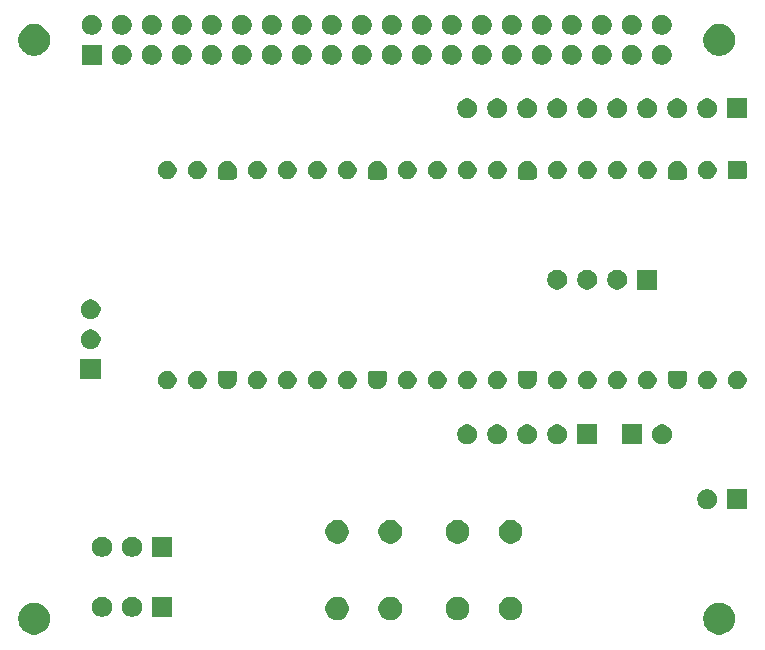
<source format=gbr>
G04 #@! TF.GenerationSoftware,KiCad,Pcbnew,9.0.2-1.fc42*
G04 #@! TF.CreationDate,2025-05-23T23:47:44-05:00*
G04 #@! TF.ProjectId,pico_driver,7069636f-5f64-4726-9976-65722e6b6963,rev?*
G04 #@! TF.SameCoordinates,Original*
G04 #@! TF.FileFunction,Soldermask,Bot*
G04 #@! TF.FilePolarity,Negative*
%FSLAX46Y46*%
G04 Gerber Fmt 4.6, Leading zero omitted, Abs format (unit mm)*
G04 Created by KiCad (PCBNEW 9.0.2-1.fc42) date 2025-05-23 23:47:44*
%MOMM*%
%LPD*%
G01*
G04 APERTURE LIST*
G04 APERTURE END LIST*
G36*
X103815151Y-95187301D02*
G01*
X104016623Y-95252763D01*
X104205373Y-95348936D01*
X104376755Y-95473452D01*
X104526548Y-95623245D01*
X104651064Y-95794627D01*
X104747237Y-95983377D01*
X104812699Y-96184849D01*
X104845838Y-96394080D01*
X104845838Y-96605920D01*
X104812699Y-96815151D01*
X104747237Y-97016623D01*
X104651064Y-97205373D01*
X104526548Y-97376755D01*
X104376755Y-97526548D01*
X104205373Y-97651064D01*
X104016623Y-97747237D01*
X103815151Y-97812699D01*
X103605920Y-97845838D01*
X103394080Y-97845838D01*
X103184849Y-97812699D01*
X102983377Y-97747237D01*
X102794627Y-97651064D01*
X102623245Y-97526548D01*
X102473452Y-97376755D01*
X102348936Y-97205373D01*
X102252763Y-97016623D01*
X102187301Y-96815151D01*
X102154162Y-96605920D01*
X102154162Y-96394080D01*
X102187301Y-96184849D01*
X102252763Y-95983377D01*
X102348936Y-95794627D01*
X102473452Y-95623245D01*
X102623245Y-95473452D01*
X102794627Y-95348936D01*
X102983377Y-95252763D01*
X103184849Y-95187301D01*
X103394080Y-95154162D01*
X103605920Y-95154162D01*
X103815151Y-95187301D01*
G37*
G36*
X161815151Y-95187301D02*
G01*
X162016623Y-95252763D01*
X162205373Y-95348936D01*
X162376755Y-95473452D01*
X162526548Y-95623245D01*
X162651064Y-95794627D01*
X162747237Y-95983377D01*
X162812699Y-96184849D01*
X162845838Y-96394080D01*
X162845838Y-96605920D01*
X162812699Y-96815151D01*
X162747237Y-97016623D01*
X162651064Y-97205373D01*
X162526548Y-97376755D01*
X162376755Y-97526548D01*
X162205373Y-97651064D01*
X162016623Y-97747237D01*
X161815151Y-97812699D01*
X161605920Y-97845838D01*
X161394080Y-97845838D01*
X161184849Y-97812699D01*
X160983377Y-97747237D01*
X160794627Y-97651064D01*
X160623245Y-97526548D01*
X160473452Y-97376755D01*
X160348936Y-97205373D01*
X160252763Y-97016623D01*
X160187301Y-96815151D01*
X160154162Y-96605920D01*
X160154162Y-96394080D01*
X160187301Y-96184849D01*
X160252763Y-95983377D01*
X160348936Y-95794627D01*
X160473452Y-95623245D01*
X160623245Y-95473452D01*
X160794627Y-95348936D01*
X160983377Y-95252763D01*
X161184849Y-95187301D01*
X161394080Y-95154162D01*
X161605920Y-95154162D01*
X161815151Y-95187301D01*
G37*
G36*
X129440285Y-94693060D02*
G01*
X129621397Y-94768079D01*
X129784393Y-94876990D01*
X129923010Y-95015607D01*
X130031921Y-95178603D01*
X130106940Y-95359715D01*
X130145185Y-95551983D01*
X130145185Y-95748017D01*
X130106940Y-95940285D01*
X130031921Y-96121397D01*
X129923010Y-96284393D01*
X129784393Y-96423010D01*
X129621397Y-96531921D01*
X129440285Y-96606940D01*
X129248017Y-96645185D01*
X129051983Y-96645185D01*
X128859715Y-96606940D01*
X128678603Y-96531921D01*
X128515607Y-96423010D01*
X128376990Y-96284393D01*
X128268079Y-96121397D01*
X128193060Y-95940285D01*
X128154815Y-95748017D01*
X128154815Y-95551983D01*
X128193060Y-95359715D01*
X128268079Y-95178603D01*
X128376990Y-95015607D01*
X128515607Y-94876990D01*
X128678603Y-94768079D01*
X128859715Y-94693060D01*
X129051983Y-94654815D01*
X129248017Y-94654815D01*
X129440285Y-94693060D01*
G37*
G36*
X133940285Y-94693060D02*
G01*
X134121397Y-94768079D01*
X134284393Y-94876990D01*
X134423010Y-95015607D01*
X134531921Y-95178603D01*
X134606940Y-95359715D01*
X134645185Y-95551983D01*
X134645185Y-95748017D01*
X134606940Y-95940285D01*
X134531921Y-96121397D01*
X134423010Y-96284393D01*
X134284393Y-96423010D01*
X134121397Y-96531921D01*
X133940285Y-96606940D01*
X133748017Y-96645185D01*
X133551983Y-96645185D01*
X133359715Y-96606940D01*
X133178603Y-96531921D01*
X133015607Y-96423010D01*
X132876990Y-96284393D01*
X132768079Y-96121397D01*
X132693060Y-95940285D01*
X132654815Y-95748017D01*
X132654815Y-95551983D01*
X132693060Y-95359715D01*
X132768079Y-95178603D01*
X132876990Y-95015607D01*
X133015607Y-94876990D01*
X133178603Y-94768079D01*
X133359715Y-94693060D01*
X133551983Y-94654815D01*
X133748017Y-94654815D01*
X133940285Y-94693060D01*
G37*
G36*
X139640285Y-94693060D02*
G01*
X139821397Y-94768079D01*
X139984393Y-94876990D01*
X140123010Y-95015607D01*
X140231921Y-95178603D01*
X140306940Y-95359715D01*
X140345185Y-95551983D01*
X140345185Y-95748017D01*
X140306940Y-95940285D01*
X140231921Y-96121397D01*
X140123010Y-96284393D01*
X139984393Y-96423010D01*
X139821397Y-96531921D01*
X139640285Y-96606940D01*
X139448017Y-96645185D01*
X139251983Y-96645185D01*
X139059715Y-96606940D01*
X138878603Y-96531921D01*
X138715607Y-96423010D01*
X138576990Y-96284393D01*
X138468079Y-96121397D01*
X138393060Y-95940285D01*
X138354815Y-95748017D01*
X138354815Y-95551983D01*
X138393060Y-95359715D01*
X138468079Y-95178603D01*
X138576990Y-95015607D01*
X138715607Y-94876990D01*
X138878603Y-94768079D01*
X139059715Y-94693060D01*
X139251983Y-94654815D01*
X139448017Y-94654815D01*
X139640285Y-94693060D01*
G37*
G36*
X144140285Y-94693060D02*
G01*
X144321397Y-94768079D01*
X144484393Y-94876990D01*
X144623010Y-95015607D01*
X144731921Y-95178603D01*
X144806940Y-95359715D01*
X144845185Y-95551983D01*
X144845185Y-95748017D01*
X144806940Y-95940285D01*
X144731921Y-96121397D01*
X144623010Y-96284393D01*
X144484393Y-96423010D01*
X144321397Y-96531921D01*
X144140285Y-96606940D01*
X143948017Y-96645185D01*
X143751983Y-96645185D01*
X143559715Y-96606940D01*
X143378603Y-96531921D01*
X143215607Y-96423010D01*
X143076990Y-96284393D01*
X142968079Y-96121397D01*
X142893060Y-95940285D01*
X142854815Y-95748017D01*
X142854815Y-95551983D01*
X142893060Y-95359715D01*
X142968079Y-95178603D01*
X143076990Y-95015607D01*
X143215607Y-94876990D01*
X143378603Y-94768079D01*
X143559715Y-94693060D01*
X143751983Y-94654815D01*
X143948017Y-94654815D01*
X144140285Y-94693060D01*
G37*
G36*
X115170000Y-96350000D02*
G01*
X113470000Y-96350000D01*
X113470000Y-94650000D01*
X115170000Y-94650000D01*
X115170000Y-96350000D01*
G37*
G36*
X109486742Y-94686601D02*
G01*
X109640687Y-94750367D01*
X109779234Y-94842941D01*
X109897059Y-94960766D01*
X109989633Y-95099313D01*
X110053399Y-95253258D01*
X110085907Y-95416685D01*
X110085907Y-95583315D01*
X110053399Y-95746742D01*
X109989633Y-95900687D01*
X109897059Y-96039234D01*
X109779234Y-96157059D01*
X109640687Y-96249633D01*
X109486742Y-96313399D01*
X109323315Y-96345907D01*
X109156685Y-96345907D01*
X108993258Y-96313399D01*
X108839313Y-96249633D01*
X108700766Y-96157059D01*
X108582941Y-96039234D01*
X108490367Y-95900687D01*
X108426601Y-95746742D01*
X108394093Y-95583315D01*
X108394093Y-95416685D01*
X108426601Y-95253258D01*
X108490367Y-95099313D01*
X108582941Y-94960766D01*
X108700766Y-94842941D01*
X108839313Y-94750367D01*
X108993258Y-94686601D01*
X109156685Y-94654093D01*
X109323315Y-94654093D01*
X109486742Y-94686601D01*
G37*
G36*
X112026742Y-94686601D02*
G01*
X112180687Y-94750367D01*
X112319234Y-94842941D01*
X112437059Y-94960766D01*
X112529633Y-95099313D01*
X112593399Y-95253258D01*
X112625907Y-95416685D01*
X112625907Y-95583315D01*
X112593399Y-95746742D01*
X112529633Y-95900687D01*
X112437059Y-96039234D01*
X112319234Y-96157059D01*
X112180687Y-96249633D01*
X112026742Y-96313399D01*
X111863315Y-96345907D01*
X111696685Y-96345907D01*
X111533258Y-96313399D01*
X111379313Y-96249633D01*
X111240766Y-96157059D01*
X111122941Y-96039234D01*
X111030367Y-95900687D01*
X110966601Y-95746742D01*
X110934093Y-95583315D01*
X110934093Y-95416685D01*
X110966601Y-95253258D01*
X111030367Y-95099313D01*
X111122941Y-94960766D01*
X111240766Y-94842941D01*
X111379313Y-94750367D01*
X111533258Y-94686601D01*
X111696685Y-94654093D01*
X111863315Y-94654093D01*
X112026742Y-94686601D01*
G37*
G36*
X115170000Y-91270000D02*
G01*
X113470000Y-91270000D01*
X113470000Y-89570000D01*
X115170000Y-89570000D01*
X115170000Y-91270000D01*
G37*
G36*
X109486742Y-89606601D02*
G01*
X109640687Y-89670367D01*
X109779234Y-89762941D01*
X109897059Y-89880766D01*
X109989633Y-90019313D01*
X110053399Y-90173258D01*
X110085907Y-90336685D01*
X110085907Y-90503315D01*
X110053399Y-90666742D01*
X109989633Y-90820687D01*
X109897059Y-90959234D01*
X109779234Y-91077059D01*
X109640687Y-91169633D01*
X109486742Y-91233399D01*
X109323315Y-91265907D01*
X109156685Y-91265907D01*
X108993258Y-91233399D01*
X108839313Y-91169633D01*
X108700766Y-91077059D01*
X108582941Y-90959234D01*
X108490367Y-90820687D01*
X108426601Y-90666742D01*
X108394093Y-90503315D01*
X108394093Y-90336685D01*
X108426601Y-90173258D01*
X108490367Y-90019313D01*
X108582941Y-89880766D01*
X108700766Y-89762941D01*
X108839313Y-89670367D01*
X108993258Y-89606601D01*
X109156685Y-89574093D01*
X109323315Y-89574093D01*
X109486742Y-89606601D01*
G37*
G36*
X112026742Y-89606601D02*
G01*
X112180687Y-89670367D01*
X112319234Y-89762941D01*
X112437059Y-89880766D01*
X112529633Y-90019313D01*
X112593399Y-90173258D01*
X112625907Y-90336685D01*
X112625907Y-90503315D01*
X112593399Y-90666742D01*
X112529633Y-90820687D01*
X112437059Y-90959234D01*
X112319234Y-91077059D01*
X112180687Y-91169633D01*
X112026742Y-91233399D01*
X111863315Y-91265907D01*
X111696685Y-91265907D01*
X111533258Y-91233399D01*
X111379313Y-91169633D01*
X111240766Y-91077059D01*
X111122941Y-90959234D01*
X111030367Y-90820687D01*
X110966601Y-90666742D01*
X110934093Y-90503315D01*
X110934093Y-90336685D01*
X110966601Y-90173258D01*
X111030367Y-90019313D01*
X111122941Y-89880766D01*
X111240766Y-89762941D01*
X111379313Y-89670367D01*
X111533258Y-89606601D01*
X111696685Y-89574093D01*
X111863315Y-89574093D01*
X112026742Y-89606601D01*
G37*
G36*
X129440285Y-88193060D02*
G01*
X129621397Y-88268079D01*
X129784393Y-88376990D01*
X129923010Y-88515607D01*
X130031921Y-88678603D01*
X130106940Y-88859715D01*
X130145185Y-89051983D01*
X130145185Y-89248017D01*
X130106940Y-89440285D01*
X130031921Y-89621397D01*
X129923010Y-89784393D01*
X129784393Y-89923010D01*
X129621397Y-90031921D01*
X129440285Y-90106940D01*
X129248017Y-90145185D01*
X129051983Y-90145185D01*
X128859715Y-90106940D01*
X128678603Y-90031921D01*
X128515607Y-89923010D01*
X128376990Y-89784393D01*
X128268079Y-89621397D01*
X128193060Y-89440285D01*
X128154815Y-89248017D01*
X128154815Y-89051983D01*
X128193060Y-88859715D01*
X128268079Y-88678603D01*
X128376990Y-88515607D01*
X128515607Y-88376990D01*
X128678603Y-88268079D01*
X128859715Y-88193060D01*
X129051983Y-88154815D01*
X129248017Y-88154815D01*
X129440285Y-88193060D01*
G37*
G36*
X133940285Y-88193060D02*
G01*
X134121397Y-88268079D01*
X134284393Y-88376990D01*
X134423010Y-88515607D01*
X134531921Y-88678603D01*
X134606940Y-88859715D01*
X134645185Y-89051983D01*
X134645185Y-89248017D01*
X134606940Y-89440285D01*
X134531921Y-89621397D01*
X134423010Y-89784393D01*
X134284393Y-89923010D01*
X134121397Y-90031921D01*
X133940285Y-90106940D01*
X133748017Y-90145185D01*
X133551983Y-90145185D01*
X133359715Y-90106940D01*
X133178603Y-90031921D01*
X133015607Y-89923010D01*
X132876990Y-89784393D01*
X132768079Y-89621397D01*
X132693060Y-89440285D01*
X132654815Y-89248017D01*
X132654815Y-89051983D01*
X132693060Y-88859715D01*
X132768079Y-88678603D01*
X132876990Y-88515607D01*
X133015607Y-88376990D01*
X133178603Y-88268079D01*
X133359715Y-88193060D01*
X133551983Y-88154815D01*
X133748017Y-88154815D01*
X133940285Y-88193060D01*
G37*
G36*
X139640285Y-88193060D02*
G01*
X139821397Y-88268079D01*
X139984393Y-88376990D01*
X140123010Y-88515607D01*
X140231921Y-88678603D01*
X140306940Y-88859715D01*
X140345185Y-89051983D01*
X140345185Y-89248017D01*
X140306940Y-89440285D01*
X140231921Y-89621397D01*
X140123010Y-89784393D01*
X139984393Y-89923010D01*
X139821397Y-90031921D01*
X139640285Y-90106940D01*
X139448017Y-90145185D01*
X139251983Y-90145185D01*
X139059715Y-90106940D01*
X138878603Y-90031921D01*
X138715607Y-89923010D01*
X138576990Y-89784393D01*
X138468079Y-89621397D01*
X138393060Y-89440285D01*
X138354815Y-89248017D01*
X138354815Y-89051983D01*
X138393060Y-88859715D01*
X138468079Y-88678603D01*
X138576990Y-88515607D01*
X138715607Y-88376990D01*
X138878603Y-88268079D01*
X139059715Y-88193060D01*
X139251983Y-88154815D01*
X139448017Y-88154815D01*
X139640285Y-88193060D01*
G37*
G36*
X144140285Y-88193060D02*
G01*
X144321397Y-88268079D01*
X144484393Y-88376990D01*
X144623010Y-88515607D01*
X144731921Y-88678603D01*
X144806940Y-88859715D01*
X144845185Y-89051983D01*
X144845185Y-89248017D01*
X144806940Y-89440285D01*
X144731921Y-89621397D01*
X144623010Y-89784393D01*
X144484393Y-89923010D01*
X144321397Y-90031921D01*
X144140285Y-90106940D01*
X143948017Y-90145185D01*
X143751983Y-90145185D01*
X143559715Y-90106940D01*
X143378603Y-90031921D01*
X143215607Y-89923010D01*
X143076990Y-89784393D01*
X142968079Y-89621397D01*
X142893060Y-89440285D01*
X142854815Y-89248017D01*
X142854815Y-89051983D01*
X142893060Y-88859715D01*
X142968079Y-88678603D01*
X143076990Y-88515607D01*
X143215607Y-88376990D01*
X143378603Y-88268079D01*
X143559715Y-88193060D01*
X143751983Y-88154815D01*
X143948017Y-88154815D01*
X144140285Y-88193060D01*
G37*
G36*
X163870000Y-87250000D02*
G01*
X162170000Y-87250000D01*
X162170000Y-85550000D01*
X163870000Y-85550000D01*
X163870000Y-87250000D01*
G37*
G36*
X160726742Y-85586601D02*
G01*
X160880687Y-85650367D01*
X161019234Y-85742941D01*
X161137059Y-85860766D01*
X161229633Y-85999313D01*
X161293399Y-86153258D01*
X161325907Y-86316685D01*
X161325907Y-86483315D01*
X161293399Y-86646742D01*
X161229633Y-86800687D01*
X161137059Y-86939234D01*
X161019234Y-87057059D01*
X160880687Y-87149633D01*
X160726742Y-87213399D01*
X160563315Y-87245907D01*
X160396685Y-87245907D01*
X160233258Y-87213399D01*
X160079313Y-87149633D01*
X159940766Y-87057059D01*
X159822941Y-86939234D01*
X159730367Y-86800687D01*
X159666601Y-86646742D01*
X159634093Y-86483315D01*
X159634093Y-86316685D01*
X159666601Y-86153258D01*
X159730367Y-85999313D01*
X159822941Y-85860766D01*
X159940766Y-85742941D01*
X160079313Y-85650367D01*
X160233258Y-85586601D01*
X160396685Y-85554093D01*
X160563315Y-85554093D01*
X160726742Y-85586601D01*
G37*
G36*
X151170000Y-81750000D02*
G01*
X149470000Y-81750000D01*
X149470000Y-80050000D01*
X151170000Y-80050000D01*
X151170000Y-81750000D01*
G37*
G36*
X154975000Y-81750000D02*
G01*
X153275000Y-81750000D01*
X153275000Y-80050000D01*
X154975000Y-80050000D01*
X154975000Y-81750000D01*
G37*
G36*
X140406742Y-80086601D02*
G01*
X140560687Y-80150367D01*
X140699234Y-80242941D01*
X140817059Y-80360766D01*
X140909633Y-80499313D01*
X140973399Y-80653258D01*
X141005907Y-80816685D01*
X141005907Y-80983315D01*
X140973399Y-81146742D01*
X140909633Y-81300687D01*
X140817059Y-81439234D01*
X140699234Y-81557059D01*
X140560687Y-81649633D01*
X140406742Y-81713399D01*
X140243315Y-81745907D01*
X140076685Y-81745907D01*
X139913258Y-81713399D01*
X139759313Y-81649633D01*
X139620766Y-81557059D01*
X139502941Y-81439234D01*
X139410367Y-81300687D01*
X139346601Y-81146742D01*
X139314093Y-80983315D01*
X139314093Y-80816685D01*
X139346601Y-80653258D01*
X139410367Y-80499313D01*
X139502941Y-80360766D01*
X139620766Y-80242941D01*
X139759313Y-80150367D01*
X139913258Y-80086601D01*
X140076685Y-80054093D01*
X140243315Y-80054093D01*
X140406742Y-80086601D01*
G37*
G36*
X142946742Y-80086601D02*
G01*
X143100687Y-80150367D01*
X143239234Y-80242941D01*
X143357059Y-80360766D01*
X143449633Y-80499313D01*
X143513399Y-80653258D01*
X143545907Y-80816685D01*
X143545907Y-80983315D01*
X143513399Y-81146742D01*
X143449633Y-81300687D01*
X143357059Y-81439234D01*
X143239234Y-81557059D01*
X143100687Y-81649633D01*
X142946742Y-81713399D01*
X142783315Y-81745907D01*
X142616685Y-81745907D01*
X142453258Y-81713399D01*
X142299313Y-81649633D01*
X142160766Y-81557059D01*
X142042941Y-81439234D01*
X141950367Y-81300687D01*
X141886601Y-81146742D01*
X141854093Y-80983315D01*
X141854093Y-80816685D01*
X141886601Y-80653258D01*
X141950367Y-80499313D01*
X142042941Y-80360766D01*
X142160766Y-80242941D01*
X142299313Y-80150367D01*
X142453258Y-80086601D01*
X142616685Y-80054093D01*
X142783315Y-80054093D01*
X142946742Y-80086601D01*
G37*
G36*
X145486742Y-80086601D02*
G01*
X145640687Y-80150367D01*
X145779234Y-80242941D01*
X145897059Y-80360766D01*
X145989633Y-80499313D01*
X146053399Y-80653258D01*
X146085907Y-80816685D01*
X146085907Y-80983315D01*
X146053399Y-81146742D01*
X145989633Y-81300687D01*
X145897059Y-81439234D01*
X145779234Y-81557059D01*
X145640687Y-81649633D01*
X145486742Y-81713399D01*
X145323315Y-81745907D01*
X145156685Y-81745907D01*
X144993258Y-81713399D01*
X144839313Y-81649633D01*
X144700766Y-81557059D01*
X144582941Y-81439234D01*
X144490367Y-81300687D01*
X144426601Y-81146742D01*
X144394093Y-80983315D01*
X144394093Y-80816685D01*
X144426601Y-80653258D01*
X144490367Y-80499313D01*
X144582941Y-80360766D01*
X144700766Y-80242941D01*
X144839313Y-80150367D01*
X144993258Y-80086601D01*
X145156685Y-80054093D01*
X145323315Y-80054093D01*
X145486742Y-80086601D01*
G37*
G36*
X148026742Y-80086601D02*
G01*
X148180687Y-80150367D01*
X148319234Y-80242941D01*
X148437059Y-80360766D01*
X148529633Y-80499313D01*
X148593399Y-80653258D01*
X148625907Y-80816685D01*
X148625907Y-80983315D01*
X148593399Y-81146742D01*
X148529633Y-81300687D01*
X148437059Y-81439234D01*
X148319234Y-81557059D01*
X148180687Y-81649633D01*
X148026742Y-81713399D01*
X147863315Y-81745907D01*
X147696685Y-81745907D01*
X147533258Y-81713399D01*
X147379313Y-81649633D01*
X147240766Y-81557059D01*
X147122941Y-81439234D01*
X147030367Y-81300687D01*
X146966601Y-81146742D01*
X146934093Y-80983315D01*
X146934093Y-80816685D01*
X146966601Y-80653258D01*
X147030367Y-80499313D01*
X147122941Y-80360766D01*
X147240766Y-80242941D01*
X147379313Y-80150367D01*
X147533258Y-80086601D01*
X147696685Y-80054093D01*
X147863315Y-80054093D01*
X148026742Y-80086601D01*
G37*
G36*
X156911742Y-80086601D02*
G01*
X157065687Y-80150367D01*
X157204234Y-80242941D01*
X157322059Y-80360766D01*
X157414633Y-80499313D01*
X157478399Y-80653258D01*
X157510907Y-80816685D01*
X157510907Y-80983315D01*
X157478399Y-81146742D01*
X157414633Y-81300687D01*
X157322059Y-81439234D01*
X157204234Y-81557059D01*
X157065687Y-81649633D01*
X156911742Y-81713399D01*
X156748315Y-81745907D01*
X156581685Y-81745907D01*
X156418258Y-81713399D01*
X156264313Y-81649633D01*
X156125766Y-81557059D01*
X156007941Y-81439234D01*
X155915367Y-81300687D01*
X155851601Y-81146742D01*
X155819093Y-80983315D01*
X155819093Y-80816685D01*
X155851601Y-80653258D01*
X155915367Y-80499313D01*
X156007941Y-80360766D01*
X156125766Y-80242941D01*
X156264313Y-80150367D01*
X156418258Y-80086601D01*
X156581685Y-80054093D01*
X156748315Y-80054093D01*
X156911742Y-80086601D01*
G37*
G36*
X120443536Y-75496464D02*
G01*
X120445915Y-75498843D01*
X120474015Y-75498843D01*
X120479018Y-75498843D01*
X120480931Y-75499224D01*
X120485549Y-75501137D01*
X120485554Y-75501138D01*
X120548404Y-75527171D01*
X120548408Y-75527173D01*
X120553027Y-75529087D01*
X120554650Y-75530170D01*
X120609830Y-75585350D01*
X120610913Y-75586973D01*
X120612826Y-75591592D01*
X120612828Y-75591595D01*
X120614105Y-75594679D01*
X120640776Y-75659069D01*
X120641157Y-75660982D01*
X120641157Y-75694085D01*
X120643536Y-75696464D01*
X120645000Y-75700000D01*
X120645000Y-76300000D01*
X120643536Y-76303536D01*
X120641148Y-76304524D01*
X120641148Y-76378414D01*
X120641052Y-76379389D01*
X120610456Y-76533203D01*
X120610171Y-76534141D01*
X120609217Y-76536443D01*
X120609215Y-76536451D01*
X120551115Y-76676717D01*
X120551110Y-76676724D01*
X120550156Y-76679030D01*
X120549694Y-76679895D01*
X120462565Y-76810293D01*
X120461944Y-76811051D01*
X120351051Y-76921944D01*
X120350293Y-76922565D01*
X120219895Y-77009694D01*
X120219030Y-77010156D01*
X120216724Y-77011110D01*
X120216717Y-77011115D01*
X120076451Y-77069215D01*
X120076443Y-77069217D01*
X120074141Y-77070171D01*
X120073203Y-77070456D01*
X119919389Y-77101052D01*
X119918414Y-77101148D01*
X119915924Y-77101148D01*
X119764076Y-77101148D01*
X119761586Y-77101148D01*
X119760611Y-77101052D01*
X119606797Y-77070456D01*
X119605859Y-77070171D01*
X119603559Y-77069218D01*
X119603548Y-77069215D01*
X119463282Y-77011115D01*
X119463270Y-77011109D01*
X119460970Y-77010156D01*
X119460105Y-77009694D01*
X119424463Y-76985879D01*
X119331785Y-76923954D01*
X119331781Y-76923951D01*
X119329707Y-76922565D01*
X119328949Y-76921944D01*
X119218056Y-76811051D01*
X119217435Y-76810293D01*
X119216049Y-76808219D01*
X119216045Y-76808214D01*
X119131695Y-76681974D01*
X119131694Y-76681972D01*
X119130306Y-76679895D01*
X119129844Y-76679030D01*
X119128892Y-76676732D01*
X119128884Y-76676717D01*
X119070784Y-76536451D01*
X119070778Y-76536434D01*
X119069829Y-76534141D01*
X119069544Y-76533203D01*
X119062927Y-76499942D01*
X119039433Y-76381830D01*
X119039432Y-76381824D01*
X119038948Y-76379389D01*
X119038852Y-76378414D01*
X119038852Y-76304524D01*
X119036464Y-76303536D01*
X119035000Y-76300000D01*
X119035000Y-75700000D01*
X119036464Y-75696464D01*
X119038843Y-75694085D01*
X119038843Y-75660982D01*
X119039224Y-75659069D01*
X119041136Y-75654451D01*
X119041138Y-75654445D01*
X119067171Y-75591595D01*
X119067174Y-75591589D01*
X119069087Y-75586973D01*
X119070170Y-75585350D01*
X119073706Y-75581813D01*
X119073709Y-75581810D01*
X119121810Y-75533709D01*
X119121813Y-75533706D01*
X119125350Y-75530170D01*
X119126973Y-75529087D01*
X119131589Y-75527174D01*
X119131595Y-75527171D01*
X119194445Y-75501138D01*
X119194451Y-75501136D01*
X119199069Y-75499224D01*
X119200982Y-75498843D01*
X119234085Y-75498843D01*
X119236464Y-75496464D01*
X119240000Y-75495000D01*
X120440000Y-75495000D01*
X120443536Y-75496464D01*
G37*
G36*
X133143536Y-75496464D02*
G01*
X133145915Y-75498843D01*
X133174015Y-75498843D01*
X133179018Y-75498843D01*
X133180931Y-75499224D01*
X133185549Y-75501137D01*
X133185554Y-75501138D01*
X133248404Y-75527171D01*
X133248408Y-75527173D01*
X133253027Y-75529087D01*
X133254650Y-75530170D01*
X133309830Y-75585350D01*
X133310913Y-75586973D01*
X133312826Y-75591592D01*
X133312828Y-75591595D01*
X133314105Y-75594679D01*
X133340776Y-75659069D01*
X133341157Y-75660982D01*
X133341157Y-75694085D01*
X133343536Y-75696464D01*
X133345000Y-75700000D01*
X133345000Y-76300000D01*
X133343536Y-76303536D01*
X133341148Y-76304524D01*
X133341148Y-76378414D01*
X133341052Y-76379389D01*
X133310456Y-76533203D01*
X133310171Y-76534141D01*
X133309217Y-76536443D01*
X133309215Y-76536451D01*
X133251115Y-76676717D01*
X133251110Y-76676724D01*
X133250156Y-76679030D01*
X133249694Y-76679895D01*
X133162565Y-76810293D01*
X133161944Y-76811051D01*
X133051051Y-76921944D01*
X133050293Y-76922565D01*
X132919895Y-77009694D01*
X132919030Y-77010156D01*
X132916724Y-77011110D01*
X132916717Y-77011115D01*
X132776451Y-77069215D01*
X132776443Y-77069217D01*
X132774141Y-77070171D01*
X132773203Y-77070456D01*
X132619389Y-77101052D01*
X132618414Y-77101148D01*
X132615924Y-77101148D01*
X132464076Y-77101148D01*
X132461586Y-77101148D01*
X132460611Y-77101052D01*
X132306797Y-77070456D01*
X132305859Y-77070171D01*
X132303559Y-77069218D01*
X132303548Y-77069215D01*
X132163282Y-77011115D01*
X132163270Y-77011109D01*
X132160970Y-77010156D01*
X132160105Y-77009694D01*
X132124463Y-76985879D01*
X132031785Y-76923954D01*
X132031781Y-76923951D01*
X132029707Y-76922565D01*
X132028949Y-76921944D01*
X131918056Y-76811051D01*
X131917435Y-76810293D01*
X131916049Y-76808219D01*
X131916045Y-76808214D01*
X131831695Y-76681974D01*
X131831694Y-76681972D01*
X131830306Y-76679895D01*
X131829844Y-76679030D01*
X131828892Y-76676732D01*
X131828884Y-76676717D01*
X131770784Y-76536451D01*
X131770778Y-76536434D01*
X131769829Y-76534141D01*
X131769544Y-76533203D01*
X131762927Y-76499942D01*
X131739433Y-76381830D01*
X131739432Y-76381824D01*
X131738948Y-76379389D01*
X131738852Y-76378414D01*
X131738852Y-76304524D01*
X131736464Y-76303536D01*
X131735000Y-76300000D01*
X131735000Y-75700000D01*
X131736464Y-75696464D01*
X131738843Y-75694085D01*
X131738843Y-75660982D01*
X131739224Y-75659069D01*
X131741136Y-75654451D01*
X131741138Y-75654445D01*
X131767171Y-75591595D01*
X131767174Y-75591589D01*
X131769087Y-75586973D01*
X131770170Y-75585350D01*
X131773706Y-75581813D01*
X131773709Y-75581810D01*
X131821810Y-75533709D01*
X131821813Y-75533706D01*
X131825350Y-75530170D01*
X131826973Y-75529087D01*
X131831589Y-75527174D01*
X131831595Y-75527171D01*
X131894445Y-75501138D01*
X131894451Y-75501136D01*
X131899069Y-75499224D01*
X131900982Y-75498843D01*
X131934085Y-75498843D01*
X131936464Y-75496464D01*
X131940000Y-75495000D01*
X133140000Y-75495000D01*
X133143536Y-75496464D01*
G37*
G36*
X145843536Y-75496464D02*
G01*
X145845915Y-75498843D01*
X145874015Y-75498843D01*
X145879018Y-75498843D01*
X145880931Y-75499224D01*
X145885549Y-75501137D01*
X145885554Y-75501138D01*
X145948404Y-75527171D01*
X145948408Y-75527173D01*
X145953027Y-75529087D01*
X145954650Y-75530170D01*
X146009830Y-75585350D01*
X146010913Y-75586973D01*
X146012826Y-75591592D01*
X146012828Y-75591595D01*
X146014105Y-75594679D01*
X146040776Y-75659069D01*
X146041157Y-75660982D01*
X146041157Y-75694085D01*
X146043536Y-75696464D01*
X146045000Y-75700000D01*
X146045000Y-76300000D01*
X146043536Y-76303536D01*
X146041148Y-76304524D01*
X146041148Y-76378414D01*
X146041052Y-76379389D01*
X146010456Y-76533203D01*
X146010171Y-76534141D01*
X146009217Y-76536443D01*
X146009215Y-76536451D01*
X145951115Y-76676717D01*
X145951110Y-76676724D01*
X145950156Y-76679030D01*
X145949694Y-76679895D01*
X145862565Y-76810293D01*
X145861944Y-76811051D01*
X145751051Y-76921944D01*
X145750293Y-76922565D01*
X145619895Y-77009694D01*
X145619030Y-77010156D01*
X145616724Y-77011110D01*
X145616717Y-77011115D01*
X145476451Y-77069215D01*
X145476443Y-77069217D01*
X145474141Y-77070171D01*
X145473203Y-77070456D01*
X145319389Y-77101052D01*
X145318414Y-77101148D01*
X145315924Y-77101148D01*
X145164076Y-77101148D01*
X145161586Y-77101148D01*
X145160611Y-77101052D01*
X145006797Y-77070456D01*
X145005859Y-77070171D01*
X145003559Y-77069218D01*
X145003548Y-77069215D01*
X144863282Y-77011115D01*
X144863270Y-77011109D01*
X144860970Y-77010156D01*
X144860105Y-77009694D01*
X144824463Y-76985879D01*
X144731785Y-76923954D01*
X144731781Y-76923951D01*
X144729707Y-76922565D01*
X144728949Y-76921944D01*
X144618056Y-76811051D01*
X144617435Y-76810293D01*
X144616049Y-76808219D01*
X144616045Y-76808214D01*
X144531695Y-76681974D01*
X144531694Y-76681972D01*
X144530306Y-76679895D01*
X144529844Y-76679030D01*
X144528892Y-76676732D01*
X144528884Y-76676717D01*
X144470784Y-76536451D01*
X144470778Y-76536434D01*
X144469829Y-76534141D01*
X144469544Y-76533203D01*
X144462927Y-76499942D01*
X144439433Y-76381830D01*
X144439432Y-76381824D01*
X144438948Y-76379389D01*
X144438852Y-76378414D01*
X144438852Y-76304524D01*
X144436464Y-76303536D01*
X144435000Y-76300000D01*
X144435000Y-75700000D01*
X144436464Y-75696464D01*
X144438843Y-75694085D01*
X144438843Y-75660982D01*
X144439224Y-75659069D01*
X144441136Y-75654451D01*
X144441138Y-75654445D01*
X144467171Y-75591595D01*
X144467174Y-75591589D01*
X144469087Y-75586973D01*
X144470170Y-75585350D01*
X144473706Y-75581813D01*
X144473709Y-75581810D01*
X144521810Y-75533709D01*
X144521813Y-75533706D01*
X144525350Y-75530170D01*
X144526973Y-75529087D01*
X144531589Y-75527174D01*
X144531595Y-75527171D01*
X144594445Y-75501138D01*
X144594451Y-75501136D01*
X144599069Y-75499224D01*
X144600982Y-75498843D01*
X144634085Y-75498843D01*
X144636464Y-75496464D01*
X144640000Y-75495000D01*
X145840000Y-75495000D01*
X145843536Y-75496464D01*
G37*
G36*
X158543536Y-75496464D02*
G01*
X158545915Y-75498843D01*
X158574015Y-75498843D01*
X158579018Y-75498843D01*
X158580931Y-75499224D01*
X158585549Y-75501137D01*
X158585554Y-75501138D01*
X158648404Y-75527171D01*
X158648408Y-75527173D01*
X158653027Y-75529087D01*
X158654650Y-75530170D01*
X158709830Y-75585350D01*
X158710913Y-75586973D01*
X158712826Y-75591592D01*
X158712828Y-75591595D01*
X158714105Y-75594679D01*
X158740776Y-75659069D01*
X158741157Y-75660982D01*
X158741157Y-75694085D01*
X158743536Y-75696464D01*
X158745000Y-75700000D01*
X158745000Y-76300000D01*
X158743536Y-76303536D01*
X158741148Y-76304524D01*
X158741148Y-76378414D01*
X158741052Y-76379389D01*
X158710456Y-76533203D01*
X158710171Y-76534141D01*
X158709217Y-76536443D01*
X158709215Y-76536451D01*
X158651115Y-76676717D01*
X158651110Y-76676724D01*
X158650156Y-76679030D01*
X158649694Y-76679895D01*
X158562565Y-76810293D01*
X158561944Y-76811051D01*
X158451051Y-76921944D01*
X158450293Y-76922565D01*
X158319895Y-77009694D01*
X158319030Y-77010156D01*
X158316724Y-77011110D01*
X158316717Y-77011115D01*
X158176451Y-77069215D01*
X158176443Y-77069217D01*
X158174141Y-77070171D01*
X158173203Y-77070456D01*
X158019389Y-77101052D01*
X158018414Y-77101148D01*
X158015924Y-77101148D01*
X157864076Y-77101148D01*
X157861586Y-77101148D01*
X157860611Y-77101052D01*
X157706797Y-77070456D01*
X157705859Y-77070171D01*
X157703559Y-77069218D01*
X157703548Y-77069215D01*
X157563282Y-77011115D01*
X157563270Y-77011109D01*
X157560970Y-77010156D01*
X157560105Y-77009694D01*
X157524463Y-76985879D01*
X157431785Y-76923954D01*
X157431781Y-76923951D01*
X157429707Y-76922565D01*
X157428949Y-76921944D01*
X157318056Y-76811051D01*
X157317435Y-76810293D01*
X157316049Y-76808219D01*
X157316045Y-76808214D01*
X157231695Y-76681974D01*
X157231694Y-76681972D01*
X157230306Y-76679895D01*
X157229844Y-76679030D01*
X157228892Y-76676732D01*
X157228884Y-76676717D01*
X157170784Y-76536451D01*
X157170778Y-76536434D01*
X157169829Y-76534141D01*
X157169544Y-76533203D01*
X157162927Y-76499942D01*
X157139433Y-76381830D01*
X157139432Y-76381824D01*
X157138948Y-76379389D01*
X157138852Y-76378414D01*
X157138852Y-76304524D01*
X157136464Y-76303536D01*
X157135000Y-76300000D01*
X157135000Y-75700000D01*
X157136464Y-75696464D01*
X157138843Y-75694085D01*
X157138843Y-75660982D01*
X157139224Y-75659069D01*
X157141136Y-75654451D01*
X157141138Y-75654445D01*
X157167171Y-75591595D01*
X157167174Y-75591589D01*
X157169087Y-75586973D01*
X157170170Y-75585350D01*
X157173706Y-75581813D01*
X157173709Y-75581810D01*
X157221810Y-75533709D01*
X157221813Y-75533706D01*
X157225350Y-75530170D01*
X157226973Y-75529087D01*
X157231589Y-75527174D01*
X157231595Y-75527171D01*
X157294445Y-75501138D01*
X157294451Y-75501136D01*
X157299069Y-75499224D01*
X157300982Y-75498843D01*
X157334085Y-75498843D01*
X157336464Y-75496464D01*
X157340000Y-75495000D01*
X158540000Y-75495000D01*
X158543536Y-75496464D01*
G37*
G36*
X114992228Y-75534448D02*
G01*
X115137117Y-75594463D01*
X115267515Y-75681592D01*
X115378408Y-75792485D01*
X115465537Y-75922883D01*
X115525552Y-76067772D01*
X115556148Y-76221586D01*
X115556148Y-76378414D01*
X115525552Y-76532228D01*
X115465537Y-76677117D01*
X115378408Y-76807515D01*
X115267515Y-76918408D01*
X115137117Y-77005537D01*
X114992228Y-77065552D01*
X114838414Y-77096148D01*
X114681586Y-77096148D01*
X114527772Y-77065552D01*
X114382883Y-77005537D01*
X114252485Y-76918408D01*
X114141592Y-76807515D01*
X114054463Y-76677117D01*
X113994448Y-76532228D01*
X113963852Y-76378414D01*
X113963852Y-76221586D01*
X113994448Y-76067772D01*
X114054463Y-75922883D01*
X114141592Y-75792485D01*
X114252485Y-75681592D01*
X114382883Y-75594463D01*
X114527772Y-75534448D01*
X114681586Y-75503852D01*
X114838414Y-75503852D01*
X114992228Y-75534448D01*
G37*
G36*
X117532228Y-75534448D02*
G01*
X117677117Y-75594463D01*
X117807515Y-75681592D01*
X117918408Y-75792485D01*
X118005537Y-75922883D01*
X118065552Y-76067772D01*
X118096148Y-76221586D01*
X118096148Y-76378414D01*
X118065552Y-76532228D01*
X118005537Y-76677117D01*
X117918408Y-76807515D01*
X117807515Y-76918408D01*
X117677117Y-77005537D01*
X117532228Y-77065552D01*
X117378414Y-77096148D01*
X117221586Y-77096148D01*
X117067772Y-77065552D01*
X116922883Y-77005537D01*
X116792485Y-76918408D01*
X116681592Y-76807515D01*
X116594463Y-76677117D01*
X116534448Y-76532228D01*
X116503852Y-76378414D01*
X116503852Y-76221586D01*
X116534448Y-76067772D01*
X116594463Y-75922883D01*
X116681592Y-75792485D01*
X116792485Y-75681592D01*
X116922883Y-75594463D01*
X117067772Y-75534448D01*
X117221586Y-75503852D01*
X117378414Y-75503852D01*
X117532228Y-75534448D01*
G37*
G36*
X122612228Y-75534448D02*
G01*
X122757117Y-75594463D01*
X122887515Y-75681592D01*
X122998408Y-75792485D01*
X123085537Y-75922883D01*
X123145552Y-76067772D01*
X123176148Y-76221586D01*
X123176148Y-76378414D01*
X123145552Y-76532228D01*
X123085537Y-76677117D01*
X122998408Y-76807515D01*
X122887515Y-76918408D01*
X122757117Y-77005537D01*
X122612228Y-77065552D01*
X122458414Y-77096148D01*
X122301586Y-77096148D01*
X122147772Y-77065552D01*
X122002883Y-77005537D01*
X121872485Y-76918408D01*
X121761592Y-76807515D01*
X121674463Y-76677117D01*
X121614448Y-76532228D01*
X121583852Y-76378414D01*
X121583852Y-76221586D01*
X121614448Y-76067772D01*
X121674463Y-75922883D01*
X121761592Y-75792485D01*
X121872485Y-75681592D01*
X122002883Y-75594463D01*
X122147772Y-75534448D01*
X122301586Y-75503852D01*
X122458414Y-75503852D01*
X122612228Y-75534448D01*
G37*
G36*
X125152228Y-75534448D02*
G01*
X125297117Y-75594463D01*
X125427515Y-75681592D01*
X125538408Y-75792485D01*
X125625537Y-75922883D01*
X125685552Y-76067772D01*
X125716148Y-76221586D01*
X125716148Y-76378414D01*
X125685552Y-76532228D01*
X125625537Y-76677117D01*
X125538408Y-76807515D01*
X125427515Y-76918408D01*
X125297117Y-77005537D01*
X125152228Y-77065552D01*
X124998414Y-77096148D01*
X124841586Y-77096148D01*
X124687772Y-77065552D01*
X124542883Y-77005537D01*
X124412485Y-76918408D01*
X124301592Y-76807515D01*
X124214463Y-76677117D01*
X124154448Y-76532228D01*
X124123852Y-76378414D01*
X124123852Y-76221586D01*
X124154448Y-76067772D01*
X124214463Y-75922883D01*
X124301592Y-75792485D01*
X124412485Y-75681592D01*
X124542883Y-75594463D01*
X124687772Y-75534448D01*
X124841586Y-75503852D01*
X124998414Y-75503852D01*
X125152228Y-75534448D01*
G37*
G36*
X127692228Y-75534448D02*
G01*
X127837117Y-75594463D01*
X127967515Y-75681592D01*
X128078408Y-75792485D01*
X128165537Y-75922883D01*
X128225552Y-76067772D01*
X128256148Y-76221586D01*
X128256148Y-76378414D01*
X128225552Y-76532228D01*
X128165537Y-76677117D01*
X128078408Y-76807515D01*
X127967515Y-76918408D01*
X127837117Y-77005537D01*
X127692228Y-77065552D01*
X127538414Y-77096148D01*
X127381586Y-77096148D01*
X127227772Y-77065552D01*
X127082883Y-77005537D01*
X126952485Y-76918408D01*
X126841592Y-76807515D01*
X126754463Y-76677117D01*
X126694448Y-76532228D01*
X126663852Y-76378414D01*
X126663852Y-76221586D01*
X126694448Y-76067772D01*
X126754463Y-75922883D01*
X126841592Y-75792485D01*
X126952485Y-75681592D01*
X127082883Y-75594463D01*
X127227772Y-75534448D01*
X127381586Y-75503852D01*
X127538414Y-75503852D01*
X127692228Y-75534448D01*
G37*
G36*
X130232228Y-75534448D02*
G01*
X130377117Y-75594463D01*
X130507515Y-75681592D01*
X130618408Y-75792485D01*
X130705537Y-75922883D01*
X130765552Y-76067772D01*
X130796148Y-76221586D01*
X130796148Y-76378414D01*
X130765552Y-76532228D01*
X130705537Y-76677117D01*
X130618408Y-76807515D01*
X130507515Y-76918408D01*
X130377117Y-77005537D01*
X130232228Y-77065552D01*
X130078414Y-77096148D01*
X129921586Y-77096148D01*
X129767772Y-77065552D01*
X129622883Y-77005537D01*
X129492485Y-76918408D01*
X129381592Y-76807515D01*
X129294463Y-76677117D01*
X129234448Y-76532228D01*
X129203852Y-76378414D01*
X129203852Y-76221586D01*
X129234448Y-76067772D01*
X129294463Y-75922883D01*
X129381592Y-75792485D01*
X129492485Y-75681592D01*
X129622883Y-75594463D01*
X129767772Y-75534448D01*
X129921586Y-75503852D01*
X130078414Y-75503852D01*
X130232228Y-75534448D01*
G37*
G36*
X135312228Y-75534448D02*
G01*
X135457117Y-75594463D01*
X135587515Y-75681592D01*
X135698408Y-75792485D01*
X135785537Y-75922883D01*
X135845552Y-76067772D01*
X135876148Y-76221586D01*
X135876148Y-76378414D01*
X135845552Y-76532228D01*
X135785537Y-76677117D01*
X135698408Y-76807515D01*
X135587515Y-76918408D01*
X135457117Y-77005537D01*
X135312228Y-77065552D01*
X135158414Y-77096148D01*
X135001586Y-77096148D01*
X134847772Y-77065552D01*
X134702883Y-77005537D01*
X134572485Y-76918408D01*
X134461592Y-76807515D01*
X134374463Y-76677117D01*
X134314448Y-76532228D01*
X134283852Y-76378414D01*
X134283852Y-76221586D01*
X134314448Y-76067772D01*
X134374463Y-75922883D01*
X134461592Y-75792485D01*
X134572485Y-75681592D01*
X134702883Y-75594463D01*
X134847772Y-75534448D01*
X135001586Y-75503852D01*
X135158414Y-75503852D01*
X135312228Y-75534448D01*
G37*
G36*
X137852228Y-75534448D02*
G01*
X137997117Y-75594463D01*
X138127515Y-75681592D01*
X138238408Y-75792485D01*
X138325537Y-75922883D01*
X138385552Y-76067772D01*
X138416148Y-76221586D01*
X138416148Y-76378414D01*
X138385552Y-76532228D01*
X138325537Y-76677117D01*
X138238408Y-76807515D01*
X138127515Y-76918408D01*
X137997117Y-77005537D01*
X137852228Y-77065552D01*
X137698414Y-77096148D01*
X137541586Y-77096148D01*
X137387772Y-77065552D01*
X137242883Y-77005537D01*
X137112485Y-76918408D01*
X137001592Y-76807515D01*
X136914463Y-76677117D01*
X136854448Y-76532228D01*
X136823852Y-76378414D01*
X136823852Y-76221586D01*
X136854448Y-76067772D01*
X136914463Y-75922883D01*
X137001592Y-75792485D01*
X137112485Y-75681592D01*
X137242883Y-75594463D01*
X137387772Y-75534448D01*
X137541586Y-75503852D01*
X137698414Y-75503852D01*
X137852228Y-75534448D01*
G37*
G36*
X140392228Y-75534448D02*
G01*
X140537117Y-75594463D01*
X140667515Y-75681592D01*
X140778408Y-75792485D01*
X140865537Y-75922883D01*
X140925552Y-76067772D01*
X140956148Y-76221586D01*
X140956148Y-76378414D01*
X140925552Y-76532228D01*
X140865537Y-76677117D01*
X140778408Y-76807515D01*
X140667515Y-76918408D01*
X140537117Y-77005537D01*
X140392228Y-77065552D01*
X140238414Y-77096148D01*
X140081586Y-77096148D01*
X139927772Y-77065552D01*
X139782883Y-77005537D01*
X139652485Y-76918408D01*
X139541592Y-76807515D01*
X139454463Y-76677117D01*
X139394448Y-76532228D01*
X139363852Y-76378414D01*
X139363852Y-76221586D01*
X139394448Y-76067772D01*
X139454463Y-75922883D01*
X139541592Y-75792485D01*
X139652485Y-75681592D01*
X139782883Y-75594463D01*
X139927772Y-75534448D01*
X140081586Y-75503852D01*
X140238414Y-75503852D01*
X140392228Y-75534448D01*
G37*
G36*
X142932228Y-75534448D02*
G01*
X143077117Y-75594463D01*
X143207515Y-75681592D01*
X143318408Y-75792485D01*
X143405537Y-75922883D01*
X143465552Y-76067772D01*
X143496148Y-76221586D01*
X143496148Y-76378414D01*
X143465552Y-76532228D01*
X143405537Y-76677117D01*
X143318408Y-76807515D01*
X143207515Y-76918408D01*
X143077117Y-77005537D01*
X142932228Y-77065552D01*
X142778414Y-77096148D01*
X142621586Y-77096148D01*
X142467772Y-77065552D01*
X142322883Y-77005537D01*
X142192485Y-76918408D01*
X142081592Y-76807515D01*
X141994463Y-76677117D01*
X141934448Y-76532228D01*
X141903852Y-76378414D01*
X141903852Y-76221586D01*
X141934448Y-76067772D01*
X141994463Y-75922883D01*
X142081592Y-75792485D01*
X142192485Y-75681592D01*
X142322883Y-75594463D01*
X142467772Y-75534448D01*
X142621586Y-75503852D01*
X142778414Y-75503852D01*
X142932228Y-75534448D01*
G37*
G36*
X148012228Y-75534448D02*
G01*
X148157117Y-75594463D01*
X148287515Y-75681592D01*
X148398408Y-75792485D01*
X148485537Y-75922883D01*
X148545552Y-76067772D01*
X148576148Y-76221586D01*
X148576148Y-76378414D01*
X148545552Y-76532228D01*
X148485537Y-76677117D01*
X148398408Y-76807515D01*
X148287515Y-76918408D01*
X148157117Y-77005537D01*
X148012228Y-77065552D01*
X147858414Y-77096148D01*
X147701586Y-77096148D01*
X147547772Y-77065552D01*
X147402883Y-77005537D01*
X147272485Y-76918408D01*
X147161592Y-76807515D01*
X147074463Y-76677117D01*
X147014448Y-76532228D01*
X146983852Y-76378414D01*
X146983852Y-76221586D01*
X147014448Y-76067772D01*
X147074463Y-75922883D01*
X147161592Y-75792485D01*
X147272485Y-75681592D01*
X147402883Y-75594463D01*
X147547772Y-75534448D01*
X147701586Y-75503852D01*
X147858414Y-75503852D01*
X148012228Y-75534448D01*
G37*
G36*
X150552228Y-75534448D02*
G01*
X150697117Y-75594463D01*
X150827515Y-75681592D01*
X150938408Y-75792485D01*
X151025537Y-75922883D01*
X151085552Y-76067772D01*
X151116148Y-76221586D01*
X151116148Y-76378414D01*
X151085552Y-76532228D01*
X151025537Y-76677117D01*
X150938408Y-76807515D01*
X150827515Y-76918408D01*
X150697117Y-77005537D01*
X150552228Y-77065552D01*
X150398414Y-77096148D01*
X150241586Y-77096148D01*
X150087772Y-77065552D01*
X149942883Y-77005537D01*
X149812485Y-76918408D01*
X149701592Y-76807515D01*
X149614463Y-76677117D01*
X149554448Y-76532228D01*
X149523852Y-76378414D01*
X149523852Y-76221586D01*
X149554448Y-76067772D01*
X149614463Y-75922883D01*
X149701592Y-75792485D01*
X149812485Y-75681592D01*
X149942883Y-75594463D01*
X150087772Y-75534448D01*
X150241586Y-75503852D01*
X150398414Y-75503852D01*
X150552228Y-75534448D01*
G37*
G36*
X153092228Y-75534448D02*
G01*
X153237117Y-75594463D01*
X153367515Y-75681592D01*
X153478408Y-75792485D01*
X153565537Y-75922883D01*
X153625552Y-76067772D01*
X153656148Y-76221586D01*
X153656148Y-76378414D01*
X153625552Y-76532228D01*
X153565537Y-76677117D01*
X153478408Y-76807515D01*
X153367515Y-76918408D01*
X153237117Y-77005537D01*
X153092228Y-77065552D01*
X152938414Y-77096148D01*
X152781586Y-77096148D01*
X152627772Y-77065552D01*
X152482883Y-77005537D01*
X152352485Y-76918408D01*
X152241592Y-76807515D01*
X152154463Y-76677117D01*
X152094448Y-76532228D01*
X152063852Y-76378414D01*
X152063852Y-76221586D01*
X152094448Y-76067772D01*
X152154463Y-75922883D01*
X152241592Y-75792485D01*
X152352485Y-75681592D01*
X152482883Y-75594463D01*
X152627772Y-75534448D01*
X152781586Y-75503852D01*
X152938414Y-75503852D01*
X153092228Y-75534448D01*
G37*
G36*
X155632228Y-75534448D02*
G01*
X155777117Y-75594463D01*
X155907515Y-75681592D01*
X156018408Y-75792485D01*
X156105537Y-75922883D01*
X156165552Y-76067772D01*
X156196148Y-76221586D01*
X156196148Y-76378414D01*
X156165552Y-76532228D01*
X156105537Y-76677117D01*
X156018408Y-76807515D01*
X155907515Y-76918408D01*
X155777117Y-77005537D01*
X155632228Y-77065552D01*
X155478414Y-77096148D01*
X155321586Y-77096148D01*
X155167772Y-77065552D01*
X155022883Y-77005537D01*
X154892485Y-76918408D01*
X154781592Y-76807515D01*
X154694463Y-76677117D01*
X154634448Y-76532228D01*
X154603852Y-76378414D01*
X154603852Y-76221586D01*
X154634448Y-76067772D01*
X154694463Y-75922883D01*
X154781592Y-75792485D01*
X154892485Y-75681592D01*
X155022883Y-75594463D01*
X155167772Y-75534448D01*
X155321586Y-75503852D01*
X155478414Y-75503852D01*
X155632228Y-75534448D01*
G37*
G36*
X160712228Y-75534448D02*
G01*
X160857117Y-75594463D01*
X160987515Y-75681592D01*
X161098408Y-75792485D01*
X161185537Y-75922883D01*
X161245552Y-76067772D01*
X161276148Y-76221586D01*
X161276148Y-76378414D01*
X161245552Y-76532228D01*
X161185537Y-76677117D01*
X161098408Y-76807515D01*
X160987515Y-76918408D01*
X160857117Y-77005537D01*
X160712228Y-77065552D01*
X160558414Y-77096148D01*
X160401586Y-77096148D01*
X160247772Y-77065552D01*
X160102883Y-77005537D01*
X159972485Y-76918408D01*
X159861592Y-76807515D01*
X159774463Y-76677117D01*
X159714448Y-76532228D01*
X159683852Y-76378414D01*
X159683852Y-76221586D01*
X159714448Y-76067772D01*
X159774463Y-75922883D01*
X159861592Y-75792485D01*
X159972485Y-75681592D01*
X160102883Y-75594463D01*
X160247772Y-75534448D01*
X160401586Y-75503852D01*
X160558414Y-75503852D01*
X160712228Y-75534448D01*
G37*
G36*
X163252228Y-75534448D02*
G01*
X163397117Y-75594463D01*
X163527515Y-75681592D01*
X163638408Y-75792485D01*
X163725537Y-75922883D01*
X163785552Y-76067772D01*
X163816148Y-76221586D01*
X163816148Y-76378414D01*
X163785552Y-76532228D01*
X163725537Y-76677117D01*
X163638408Y-76807515D01*
X163527515Y-76918408D01*
X163397117Y-77005537D01*
X163252228Y-77065552D01*
X163098414Y-77096148D01*
X162941586Y-77096148D01*
X162787772Y-77065552D01*
X162642883Y-77005537D01*
X162512485Y-76918408D01*
X162401592Y-76807515D01*
X162314463Y-76677117D01*
X162254448Y-76532228D01*
X162223852Y-76378414D01*
X162223852Y-76221586D01*
X162254448Y-76067772D01*
X162314463Y-75922883D01*
X162401592Y-75792485D01*
X162512485Y-75681592D01*
X162642883Y-75594463D01*
X162787772Y-75534448D01*
X162941586Y-75503852D01*
X163098414Y-75503852D01*
X163252228Y-75534448D01*
G37*
G36*
X109125000Y-76250000D02*
G01*
X107425000Y-76250000D01*
X107425000Y-74550000D01*
X109125000Y-74550000D01*
X109125000Y-76250000D01*
G37*
G36*
X108521742Y-72046601D02*
G01*
X108675687Y-72110367D01*
X108814234Y-72202941D01*
X108932059Y-72320766D01*
X109024633Y-72459313D01*
X109088399Y-72613258D01*
X109120907Y-72776685D01*
X109120907Y-72943315D01*
X109088399Y-73106742D01*
X109024633Y-73260687D01*
X108932059Y-73399234D01*
X108814234Y-73517059D01*
X108675687Y-73609633D01*
X108521742Y-73673399D01*
X108358315Y-73705907D01*
X108191685Y-73705907D01*
X108028258Y-73673399D01*
X107874313Y-73609633D01*
X107735766Y-73517059D01*
X107617941Y-73399234D01*
X107525367Y-73260687D01*
X107461601Y-73106742D01*
X107429093Y-72943315D01*
X107429093Y-72776685D01*
X107461601Y-72613258D01*
X107525367Y-72459313D01*
X107617941Y-72320766D01*
X107735766Y-72202941D01*
X107874313Y-72110367D01*
X108028258Y-72046601D01*
X108191685Y-72014093D01*
X108358315Y-72014093D01*
X108521742Y-72046601D01*
G37*
G36*
X108521742Y-69506601D02*
G01*
X108675687Y-69570367D01*
X108814234Y-69662941D01*
X108932059Y-69780766D01*
X109024633Y-69919313D01*
X109088399Y-70073258D01*
X109120907Y-70236685D01*
X109120907Y-70403315D01*
X109088399Y-70566742D01*
X109024633Y-70720687D01*
X108932059Y-70859234D01*
X108814234Y-70977059D01*
X108675687Y-71069633D01*
X108521742Y-71133399D01*
X108358315Y-71165907D01*
X108191685Y-71165907D01*
X108028258Y-71133399D01*
X107874313Y-71069633D01*
X107735766Y-70977059D01*
X107617941Y-70859234D01*
X107525367Y-70720687D01*
X107461601Y-70566742D01*
X107429093Y-70403315D01*
X107429093Y-70236685D01*
X107461601Y-70073258D01*
X107525367Y-69919313D01*
X107617941Y-69780766D01*
X107735766Y-69662941D01*
X107874313Y-69570367D01*
X108028258Y-69506601D01*
X108191685Y-69474093D01*
X108358315Y-69474093D01*
X108521742Y-69506601D01*
G37*
G36*
X156250000Y-68650000D02*
G01*
X154550000Y-68650000D01*
X154550000Y-66950000D01*
X156250000Y-66950000D01*
X156250000Y-68650000D01*
G37*
G36*
X148026742Y-66986601D02*
G01*
X148180687Y-67050367D01*
X148319234Y-67142941D01*
X148437059Y-67260766D01*
X148529633Y-67399313D01*
X148593399Y-67553258D01*
X148625907Y-67716685D01*
X148625907Y-67883315D01*
X148593399Y-68046742D01*
X148529633Y-68200687D01*
X148437059Y-68339234D01*
X148319234Y-68457059D01*
X148180687Y-68549633D01*
X148026742Y-68613399D01*
X147863315Y-68645907D01*
X147696685Y-68645907D01*
X147533258Y-68613399D01*
X147379313Y-68549633D01*
X147240766Y-68457059D01*
X147122941Y-68339234D01*
X147030367Y-68200687D01*
X146966601Y-68046742D01*
X146934093Y-67883315D01*
X146934093Y-67716685D01*
X146966601Y-67553258D01*
X147030367Y-67399313D01*
X147122941Y-67260766D01*
X147240766Y-67142941D01*
X147379313Y-67050367D01*
X147533258Y-66986601D01*
X147696685Y-66954093D01*
X147863315Y-66954093D01*
X148026742Y-66986601D01*
G37*
G36*
X150566742Y-66986601D02*
G01*
X150720687Y-67050367D01*
X150859234Y-67142941D01*
X150977059Y-67260766D01*
X151069633Y-67399313D01*
X151133399Y-67553258D01*
X151165907Y-67716685D01*
X151165907Y-67883315D01*
X151133399Y-68046742D01*
X151069633Y-68200687D01*
X150977059Y-68339234D01*
X150859234Y-68457059D01*
X150720687Y-68549633D01*
X150566742Y-68613399D01*
X150403315Y-68645907D01*
X150236685Y-68645907D01*
X150073258Y-68613399D01*
X149919313Y-68549633D01*
X149780766Y-68457059D01*
X149662941Y-68339234D01*
X149570367Y-68200687D01*
X149506601Y-68046742D01*
X149474093Y-67883315D01*
X149474093Y-67716685D01*
X149506601Y-67553258D01*
X149570367Y-67399313D01*
X149662941Y-67260766D01*
X149780766Y-67142941D01*
X149919313Y-67050367D01*
X150073258Y-66986601D01*
X150236685Y-66954093D01*
X150403315Y-66954093D01*
X150566742Y-66986601D01*
G37*
G36*
X153106742Y-66986601D02*
G01*
X153260687Y-67050367D01*
X153399234Y-67142941D01*
X153517059Y-67260766D01*
X153609633Y-67399313D01*
X153673399Y-67553258D01*
X153705907Y-67716685D01*
X153705907Y-67883315D01*
X153673399Y-68046742D01*
X153609633Y-68200687D01*
X153517059Y-68339234D01*
X153399234Y-68457059D01*
X153260687Y-68549633D01*
X153106742Y-68613399D01*
X152943315Y-68645907D01*
X152776685Y-68645907D01*
X152613258Y-68613399D01*
X152459313Y-68549633D01*
X152320766Y-68457059D01*
X152202941Y-68339234D01*
X152110367Y-68200687D01*
X152046601Y-68046742D01*
X152014093Y-67883315D01*
X152014093Y-67716685D01*
X152046601Y-67553258D01*
X152110367Y-67399313D01*
X152202941Y-67260766D01*
X152320766Y-67142941D01*
X152459313Y-67050367D01*
X152613258Y-66986601D01*
X152776685Y-66954093D01*
X152943315Y-66954093D01*
X153106742Y-66986601D01*
G37*
G36*
X119919389Y-57718948D02*
G01*
X119921824Y-57719432D01*
X119921830Y-57719433D01*
X120039942Y-57742927D01*
X120073203Y-57749544D01*
X120074141Y-57749829D01*
X120076434Y-57750778D01*
X120076451Y-57750784D01*
X120216717Y-57808884D01*
X120216732Y-57808892D01*
X120219030Y-57809844D01*
X120219895Y-57810306D01*
X120221972Y-57811694D01*
X120221974Y-57811695D01*
X120348214Y-57896045D01*
X120348219Y-57896049D01*
X120350293Y-57897435D01*
X120351051Y-57898056D01*
X120461944Y-58008949D01*
X120462565Y-58009707D01*
X120463951Y-58011781D01*
X120463954Y-58011785D01*
X120525879Y-58104463D01*
X120549694Y-58140105D01*
X120550156Y-58140970D01*
X120551109Y-58143270D01*
X120551115Y-58143282D01*
X120609215Y-58283548D01*
X120609218Y-58283559D01*
X120610171Y-58285859D01*
X120610456Y-58286797D01*
X120641052Y-58440611D01*
X120641148Y-58441586D01*
X120641148Y-58515475D01*
X120643536Y-58516464D01*
X120645000Y-58520000D01*
X120645000Y-59120000D01*
X120643536Y-59123536D01*
X120641157Y-59125915D01*
X120641157Y-59159018D01*
X120640776Y-59160931D01*
X120638860Y-59165554D01*
X120638861Y-59165554D01*
X120614016Y-59225537D01*
X120610913Y-59233027D01*
X120609830Y-59234650D01*
X120554650Y-59289830D01*
X120553027Y-59290913D01*
X120480931Y-59320776D01*
X120479018Y-59321157D01*
X120445915Y-59321157D01*
X120443536Y-59323536D01*
X120440000Y-59325000D01*
X120429896Y-59325000D01*
X119250104Y-59325000D01*
X119240000Y-59325000D01*
X119236464Y-59323536D01*
X119234085Y-59321157D01*
X119205985Y-59321157D01*
X119200982Y-59321157D01*
X119199069Y-59320776D01*
X119194446Y-59318861D01*
X119194445Y-59318861D01*
X119131595Y-59292828D01*
X119131592Y-59292826D01*
X119126973Y-59290913D01*
X119125350Y-59289830D01*
X119070170Y-59234650D01*
X119069087Y-59233027D01*
X119067173Y-59228408D01*
X119067171Y-59228404D01*
X119041138Y-59165554D01*
X119041137Y-59165549D01*
X119039224Y-59160931D01*
X119038843Y-59159018D01*
X119038843Y-59125915D01*
X119036464Y-59123536D01*
X119035000Y-59120000D01*
X119035000Y-58520000D01*
X119036464Y-58516464D01*
X119038852Y-58515475D01*
X119038852Y-58441586D01*
X119038948Y-58440611D01*
X119039432Y-58438176D01*
X119039433Y-58438169D01*
X119069057Y-58289245D01*
X119069057Y-58289244D01*
X119069544Y-58286797D01*
X119069829Y-58285859D01*
X119070777Y-58283568D01*
X119070784Y-58283548D01*
X119128884Y-58143282D01*
X119128894Y-58143262D01*
X119129844Y-58140970D01*
X119130306Y-58140105D01*
X119131691Y-58138031D01*
X119131695Y-58138025D01*
X119216045Y-58011785D01*
X119216053Y-58011774D01*
X119217435Y-58009707D01*
X119218056Y-58008949D01*
X119219822Y-58007182D01*
X119219827Y-58007177D01*
X119327177Y-57899827D01*
X119327182Y-57899822D01*
X119328949Y-57898056D01*
X119329707Y-57897435D01*
X119331774Y-57896053D01*
X119331785Y-57896045D01*
X119458025Y-57811695D01*
X119458031Y-57811691D01*
X119460105Y-57810306D01*
X119460970Y-57809844D01*
X119463262Y-57808894D01*
X119463282Y-57808884D01*
X119603548Y-57750784D01*
X119603568Y-57750777D01*
X119605859Y-57749829D01*
X119606797Y-57749544D01*
X119609245Y-57749057D01*
X119758169Y-57719433D01*
X119758176Y-57719432D01*
X119760611Y-57718948D01*
X119761586Y-57718852D01*
X119918414Y-57718852D01*
X119919389Y-57718948D01*
G37*
G36*
X132619389Y-57718948D02*
G01*
X132621824Y-57719432D01*
X132621830Y-57719433D01*
X132739942Y-57742927D01*
X132773203Y-57749544D01*
X132774141Y-57749829D01*
X132776434Y-57750778D01*
X132776451Y-57750784D01*
X132916717Y-57808884D01*
X132916732Y-57808892D01*
X132919030Y-57809844D01*
X132919895Y-57810306D01*
X132921972Y-57811694D01*
X132921974Y-57811695D01*
X133048214Y-57896045D01*
X133048219Y-57896049D01*
X133050293Y-57897435D01*
X133051051Y-57898056D01*
X133161944Y-58008949D01*
X133162565Y-58009707D01*
X133163951Y-58011781D01*
X133163954Y-58011785D01*
X133225879Y-58104463D01*
X133249694Y-58140105D01*
X133250156Y-58140970D01*
X133251109Y-58143270D01*
X133251115Y-58143282D01*
X133309215Y-58283548D01*
X133309218Y-58283559D01*
X133310171Y-58285859D01*
X133310456Y-58286797D01*
X133341052Y-58440611D01*
X133341148Y-58441586D01*
X133341148Y-58515475D01*
X133343536Y-58516464D01*
X133345000Y-58520000D01*
X133345000Y-59120000D01*
X133343536Y-59123536D01*
X133341157Y-59125915D01*
X133341157Y-59159018D01*
X133340776Y-59160931D01*
X133338860Y-59165554D01*
X133338861Y-59165554D01*
X133314016Y-59225537D01*
X133310913Y-59233027D01*
X133309830Y-59234650D01*
X133254650Y-59289830D01*
X133253027Y-59290913D01*
X133180931Y-59320776D01*
X133179018Y-59321157D01*
X133145915Y-59321157D01*
X133143536Y-59323536D01*
X133140000Y-59325000D01*
X133129896Y-59325000D01*
X131950104Y-59325000D01*
X131940000Y-59325000D01*
X131936464Y-59323536D01*
X131934085Y-59321157D01*
X131905985Y-59321157D01*
X131900982Y-59321157D01*
X131899069Y-59320776D01*
X131894446Y-59318861D01*
X131894445Y-59318861D01*
X131831595Y-59292828D01*
X131831592Y-59292826D01*
X131826973Y-59290913D01*
X131825350Y-59289830D01*
X131770170Y-59234650D01*
X131769087Y-59233027D01*
X131767173Y-59228408D01*
X131767171Y-59228404D01*
X131741138Y-59165554D01*
X131741137Y-59165549D01*
X131739224Y-59160931D01*
X131738843Y-59159018D01*
X131738843Y-59125915D01*
X131736464Y-59123536D01*
X131735000Y-59120000D01*
X131735000Y-58520000D01*
X131736464Y-58516464D01*
X131738852Y-58515475D01*
X131738852Y-58441586D01*
X131738948Y-58440611D01*
X131739432Y-58438176D01*
X131739433Y-58438169D01*
X131769057Y-58289245D01*
X131769057Y-58289244D01*
X131769544Y-58286797D01*
X131769829Y-58285859D01*
X131770777Y-58283568D01*
X131770784Y-58283548D01*
X131828884Y-58143282D01*
X131828894Y-58143262D01*
X131829844Y-58140970D01*
X131830306Y-58140105D01*
X131831691Y-58138031D01*
X131831695Y-58138025D01*
X131916045Y-58011785D01*
X131916053Y-58011774D01*
X131917435Y-58009707D01*
X131918056Y-58008949D01*
X131919822Y-58007182D01*
X131919827Y-58007177D01*
X132027177Y-57899827D01*
X132027182Y-57899822D01*
X132028949Y-57898056D01*
X132029707Y-57897435D01*
X132031774Y-57896053D01*
X132031785Y-57896045D01*
X132158025Y-57811695D01*
X132158031Y-57811691D01*
X132160105Y-57810306D01*
X132160970Y-57809844D01*
X132163262Y-57808894D01*
X132163282Y-57808884D01*
X132303548Y-57750784D01*
X132303568Y-57750777D01*
X132305859Y-57749829D01*
X132306797Y-57749544D01*
X132309245Y-57749057D01*
X132458169Y-57719433D01*
X132458176Y-57719432D01*
X132460611Y-57718948D01*
X132461586Y-57718852D01*
X132618414Y-57718852D01*
X132619389Y-57718948D01*
G37*
G36*
X145319389Y-57718948D02*
G01*
X145321824Y-57719432D01*
X145321830Y-57719433D01*
X145439942Y-57742927D01*
X145473203Y-57749544D01*
X145474141Y-57749829D01*
X145476434Y-57750778D01*
X145476451Y-57750784D01*
X145616717Y-57808884D01*
X145616732Y-57808892D01*
X145619030Y-57809844D01*
X145619895Y-57810306D01*
X145621972Y-57811694D01*
X145621974Y-57811695D01*
X145748214Y-57896045D01*
X145748219Y-57896049D01*
X145750293Y-57897435D01*
X145751051Y-57898056D01*
X145861944Y-58008949D01*
X145862565Y-58009707D01*
X145863951Y-58011781D01*
X145863954Y-58011785D01*
X145925879Y-58104463D01*
X145949694Y-58140105D01*
X145950156Y-58140970D01*
X145951109Y-58143270D01*
X145951115Y-58143282D01*
X146009215Y-58283548D01*
X146009218Y-58283559D01*
X146010171Y-58285859D01*
X146010456Y-58286797D01*
X146041052Y-58440611D01*
X146041148Y-58441586D01*
X146041148Y-58515475D01*
X146043536Y-58516464D01*
X146045000Y-58520000D01*
X146045000Y-59120000D01*
X146043536Y-59123536D01*
X146041157Y-59125915D01*
X146041157Y-59159018D01*
X146040776Y-59160931D01*
X146038860Y-59165554D01*
X146038861Y-59165554D01*
X146014016Y-59225537D01*
X146010913Y-59233027D01*
X146009830Y-59234650D01*
X145954650Y-59289830D01*
X145953027Y-59290913D01*
X145880931Y-59320776D01*
X145879018Y-59321157D01*
X145845915Y-59321157D01*
X145843536Y-59323536D01*
X145840000Y-59325000D01*
X145829896Y-59325000D01*
X144650104Y-59325000D01*
X144640000Y-59325000D01*
X144636464Y-59323536D01*
X144634085Y-59321157D01*
X144605985Y-59321157D01*
X144600982Y-59321157D01*
X144599069Y-59320776D01*
X144594446Y-59318861D01*
X144594445Y-59318861D01*
X144531595Y-59292828D01*
X144531592Y-59292826D01*
X144526973Y-59290913D01*
X144525350Y-59289830D01*
X144470170Y-59234650D01*
X144469087Y-59233027D01*
X144467173Y-59228408D01*
X144467171Y-59228404D01*
X144441138Y-59165554D01*
X144441137Y-59165549D01*
X144439224Y-59160931D01*
X144438843Y-59159018D01*
X144438843Y-59125915D01*
X144436464Y-59123536D01*
X144435000Y-59120000D01*
X144435000Y-58520000D01*
X144436464Y-58516464D01*
X144438852Y-58515475D01*
X144438852Y-58441586D01*
X144438948Y-58440611D01*
X144439432Y-58438176D01*
X144439433Y-58438169D01*
X144469057Y-58289245D01*
X144469057Y-58289244D01*
X144469544Y-58286797D01*
X144469829Y-58285859D01*
X144470777Y-58283568D01*
X144470784Y-58283548D01*
X144528884Y-58143282D01*
X144528894Y-58143262D01*
X144529844Y-58140970D01*
X144530306Y-58140105D01*
X144531691Y-58138031D01*
X144531695Y-58138025D01*
X144616045Y-58011785D01*
X144616053Y-58011774D01*
X144617435Y-58009707D01*
X144618056Y-58008949D01*
X144619822Y-58007182D01*
X144619827Y-58007177D01*
X144727177Y-57899827D01*
X144727182Y-57899822D01*
X144728949Y-57898056D01*
X144729707Y-57897435D01*
X144731774Y-57896053D01*
X144731785Y-57896045D01*
X144858025Y-57811695D01*
X144858031Y-57811691D01*
X144860105Y-57810306D01*
X144860970Y-57809844D01*
X144863262Y-57808894D01*
X144863282Y-57808884D01*
X145003548Y-57750784D01*
X145003568Y-57750777D01*
X145005859Y-57749829D01*
X145006797Y-57749544D01*
X145009245Y-57749057D01*
X145158169Y-57719433D01*
X145158176Y-57719432D01*
X145160611Y-57718948D01*
X145161586Y-57718852D01*
X145318414Y-57718852D01*
X145319389Y-57718948D01*
G37*
G36*
X158019389Y-57718948D02*
G01*
X158021824Y-57719432D01*
X158021830Y-57719433D01*
X158139942Y-57742927D01*
X158173203Y-57749544D01*
X158174141Y-57749829D01*
X158176434Y-57750778D01*
X158176451Y-57750784D01*
X158316717Y-57808884D01*
X158316732Y-57808892D01*
X158319030Y-57809844D01*
X158319895Y-57810306D01*
X158321972Y-57811694D01*
X158321974Y-57811695D01*
X158448214Y-57896045D01*
X158448219Y-57896049D01*
X158450293Y-57897435D01*
X158451051Y-57898056D01*
X158561944Y-58008949D01*
X158562565Y-58009707D01*
X158563951Y-58011781D01*
X158563954Y-58011785D01*
X158625879Y-58104463D01*
X158649694Y-58140105D01*
X158650156Y-58140970D01*
X158651109Y-58143270D01*
X158651115Y-58143282D01*
X158709215Y-58283548D01*
X158709218Y-58283559D01*
X158710171Y-58285859D01*
X158710456Y-58286797D01*
X158741052Y-58440611D01*
X158741148Y-58441586D01*
X158741148Y-58515475D01*
X158743536Y-58516464D01*
X158745000Y-58520000D01*
X158745000Y-59120000D01*
X158743536Y-59123536D01*
X158741157Y-59125915D01*
X158741157Y-59159018D01*
X158740776Y-59160931D01*
X158738860Y-59165554D01*
X158738861Y-59165554D01*
X158714016Y-59225537D01*
X158710913Y-59233027D01*
X158709830Y-59234650D01*
X158654650Y-59289830D01*
X158653027Y-59290913D01*
X158580931Y-59320776D01*
X158579018Y-59321157D01*
X158545915Y-59321157D01*
X158543536Y-59323536D01*
X158540000Y-59325000D01*
X158529896Y-59325000D01*
X157350104Y-59325000D01*
X157340000Y-59325000D01*
X157336464Y-59323536D01*
X157334085Y-59321157D01*
X157305985Y-59321157D01*
X157300982Y-59321157D01*
X157299069Y-59320776D01*
X157294446Y-59318861D01*
X157294445Y-59318861D01*
X157231595Y-59292828D01*
X157231592Y-59292826D01*
X157226973Y-59290913D01*
X157225350Y-59289830D01*
X157170170Y-59234650D01*
X157169087Y-59233027D01*
X157167173Y-59228408D01*
X157167171Y-59228404D01*
X157141138Y-59165554D01*
X157141137Y-59165549D01*
X157139224Y-59160931D01*
X157138843Y-59159018D01*
X157138843Y-59125915D01*
X157136464Y-59123536D01*
X157135000Y-59120000D01*
X157135000Y-58520000D01*
X157136464Y-58516464D01*
X157138852Y-58515475D01*
X157138852Y-58441586D01*
X157138948Y-58440611D01*
X157139432Y-58438176D01*
X157139433Y-58438169D01*
X157169057Y-58289245D01*
X157169057Y-58289244D01*
X157169544Y-58286797D01*
X157169829Y-58285859D01*
X157170777Y-58283568D01*
X157170784Y-58283548D01*
X157228884Y-58143282D01*
X157228894Y-58143262D01*
X157229844Y-58140970D01*
X157230306Y-58140105D01*
X157231691Y-58138031D01*
X157231695Y-58138025D01*
X157316045Y-58011785D01*
X157316053Y-58011774D01*
X157317435Y-58009707D01*
X157318056Y-58008949D01*
X157319822Y-58007182D01*
X157319827Y-58007177D01*
X157427177Y-57899827D01*
X157427182Y-57899822D01*
X157428949Y-57898056D01*
X157429707Y-57897435D01*
X157431774Y-57896053D01*
X157431785Y-57896045D01*
X157558025Y-57811695D01*
X157558031Y-57811691D01*
X157560105Y-57810306D01*
X157560970Y-57809844D01*
X157563262Y-57808894D01*
X157563282Y-57808884D01*
X157703548Y-57750784D01*
X157703568Y-57750777D01*
X157705859Y-57749829D01*
X157706797Y-57749544D01*
X157709245Y-57749057D01*
X157858169Y-57719433D01*
X157858176Y-57719432D01*
X157860611Y-57718948D01*
X157861586Y-57718852D01*
X158018414Y-57718852D01*
X158019389Y-57718948D01*
G37*
G36*
X163696537Y-57735224D02*
G01*
X163761421Y-57778579D01*
X163804776Y-57843463D01*
X163820000Y-57920000D01*
X163820000Y-59120000D01*
X163804776Y-59196537D01*
X163761421Y-59261421D01*
X163696537Y-59304776D01*
X163620000Y-59320000D01*
X162420000Y-59320000D01*
X162343463Y-59304776D01*
X162278579Y-59261421D01*
X162235224Y-59196537D01*
X162220000Y-59120000D01*
X162220000Y-57920000D01*
X162235224Y-57843463D01*
X162278579Y-57778579D01*
X162343463Y-57735224D01*
X162420000Y-57720000D01*
X163620000Y-57720000D01*
X163696537Y-57735224D01*
G37*
G36*
X114992228Y-57754448D02*
G01*
X115137117Y-57814463D01*
X115267515Y-57901592D01*
X115378408Y-58012485D01*
X115465537Y-58142883D01*
X115525552Y-58287772D01*
X115556148Y-58441586D01*
X115556148Y-58598414D01*
X115525552Y-58752228D01*
X115465537Y-58897117D01*
X115378408Y-59027515D01*
X115267515Y-59138408D01*
X115137117Y-59225537D01*
X114992228Y-59285552D01*
X114838414Y-59316148D01*
X114681586Y-59316148D01*
X114527772Y-59285552D01*
X114382883Y-59225537D01*
X114252485Y-59138408D01*
X114141592Y-59027515D01*
X114054463Y-58897117D01*
X113994448Y-58752228D01*
X113963852Y-58598414D01*
X113963852Y-58441586D01*
X113994448Y-58287772D01*
X114054463Y-58142883D01*
X114141592Y-58012485D01*
X114252485Y-57901592D01*
X114382883Y-57814463D01*
X114527772Y-57754448D01*
X114681586Y-57723852D01*
X114838414Y-57723852D01*
X114992228Y-57754448D01*
G37*
G36*
X117532228Y-57754448D02*
G01*
X117677117Y-57814463D01*
X117807515Y-57901592D01*
X117918408Y-58012485D01*
X118005537Y-58142883D01*
X118065552Y-58287772D01*
X118096148Y-58441586D01*
X118096148Y-58598414D01*
X118065552Y-58752228D01*
X118005537Y-58897117D01*
X117918408Y-59027515D01*
X117807515Y-59138408D01*
X117677117Y-59225537D01*
X117532228Y-59285552D01*
X117378414Y-59316148D01*
X117221586Y-59316148D01*
X117067772Y-59285552D01*
X116922883Y-59225537D01*
X116792485Y-59138408D01*
X116681592Y-59027515D01*
X116594463Y-58897117D01*
X116534448Y-58752228D01*
X116503852Y-58598414D01*
X116503852Y-58441586D01*
X116534448Y-58287772D01*
X116594463Y-58142883D01*
X116681592Y-58012485D01*
X116792485Y-57901592D01*
X116922883Y-57814463D01*
X117067772Y-57754448D01*
X117221586Y-57723852D01*
X117378414Y-57723852D01*
X117532228Y-57754448D01*
G37*
G36*
X122612228Y-57754448D02*
G01*
X122757117Y-57814463D01*
X122887515Y-57901592D01*
X122998408Y-58012485D01*
X123085537Y-58142883D01*
X123145552Y-58287772D01*
X123176148Y-58441586D01*
X123176148Y-58598414D01*
X123145552Y-58752228D01*
X123085537Y-58897117D01*
X122998408Y-59027515D01*
X122887515Y-59138408D01*
X122757117Y-59225537D01*
X122612228Y-59285552D01*
X122458414Y-59316148D01*
X122301586Y-59316148D01*
X122147772Y-59285552D01*
X122002883Y-59225537D01*
X121872485Y-59138408D01*
X121761592Y-59027515D01*
X121674463Y-58897117D01*
X121614448Y-58752228D01*
X121583852Y-58598414D01*
X121583852Y-58441586D01*
X121614448Y-58287772D01*
X121674463Y-58142883D01*
X121761592Y-58012485D01*
X121872485Y-57901592D01*
X122002883Y-57814463D01*
X122147772Y-57754448D01*
X122301586Y-57723852D01*
X122458414Y-57723852D01*
X122612228Y-57754448D01*
G37*
G36*
X125152228Y-57754448D02*
G01*
X125297117Y-57814463D01*
X125427515Y-57901592D01*
X125538408Y-58012485D01*
X125625537Y-58142883D01*
X125685552Y-58287772D01*
X125716148Y-58441586D01*
X125716148Y-58598414D01*
X125685552Y-58752228D01*
X125625537Y-58897117D01*
X125538408Y-59027515D01*
X125427515Y-59138408D01*
X125297117Y-59225537D01*
X125152228Y-59285552D01*
X124998414Y-59316148D01*
X124841586Y-59316148D01*
X124687772Y-59285552D01*
X124542883Y-59225537D01*
X124412485Y-59138408D01*
X124301592Y-59027515D01*
X124214463Y-58897117D01*
X124154448Y-58752228D01*
X124123852Y-58598414D01*
X124123852Y-58441586D01*
X124154448Y-58287772D01*
X124214463Y-58142883D01*
X124301592Y-58012485D01*
X124412485Y-57901592D01*
X124542883Y-57814463D01*
X124687772Y-57754448D01*
X124841586Y-57723852D01*
X124998414Y-57723852D01*
X125152228Y-57754448D01*
G37*
G36*
X127692228Y-57754448D02*
G01*
X127837117Y-57814463D01*
X127967515Y-57901592D01*
X128078408Y-58012485D01*
X128165537Y-58142883D01*
X128225552Y-58287772D01*
X128256148Y-58441586D01*
X128256148Y-58598414D01*
X128225552Y-58752228D01*
X128165537Y-58897117D01*
X128078408Y-59027515D01*
X127967515Y-59138408D01*
X127837117Y-59225537D01*
X127692228Y-59285552D01*
X127538414Y-59316148D01*
X127381586Y-59316148D01*
X127227772Y-59285552D01*
X127082883Y-59225537D01*
X126952485Y-59138408D01*
X126841592Y-59027515D01*
X126754463Y-58897117D01*
X126694448Y-58752228D01*
X126663852Y-58598414D01*
X126663852Y-58441586D01*
X126694448Y-58287772D01*
X126754463Y-58142883D01*
X126841592Y-58012485D01*
X126952485Y-57901592D01*
X127082883Y-57814463D01*
X127227772Y-57754448D01*
X127381586Y-57723852D01*
X127538414Y-57723852D01*
X127692228Y-57754448D01*
G37*
G36*
X130232228Y-57754448D02*
G01*
X130377117Y-57814463D01*
X130507515Y-57901592D01*
X130618408Y-58012485D01*
X130705537Y-58142883D01*
X130765552Y-58287772D01*
X130796148Y-58441586D01*
X130796148Y-58598414D01*
X130765552Y-58752228D01*
X130705537Y-58897117D01*
X130618408Y-59027515D01*
X130507515Y-59138408D01*
X130377117Y-59225537D01*
X130232228Y-59285552D01*
X130078414Y-59316148D01*
X129921586Y-59316148D01*
X129767772Y-59285552D01*
X129622883Y-59225537D01*
X129492485Y-59138408D01*
X129381592Y-59027515D01*
X129294463Y-58897117D01*
X129234448Y-58752228D01*
X129203852Y-58598414D01*
X129203852Y-58441586D01*
X129234448Y-58287772D01*
X129294463Y-58142883D01*
X129381592Y-58012485D01*
X129492485Y-57901592D01*
X129622883Y-57814463D01*
X129767772Y-57754448D01*
X129921586Y-57723852D01*
X130078414Y-57723852D01*
X130232228Y-57754448D01*
G37*
G36*
X135312228Y-57754448D02*
G01*
X135457117Y-57814463D01*
X135587515Y-57901592D01*
X135698408Y-58012485D01*
X135785537Y-58142883D01*
X135845552Y-58287772D01*
X135876148Y-58441586D01*
X135876148Y-58598414D01*
X135845552Y-58752228D01*
X135785537Y-58897117D01*
X135698408Y-59027515D01*
X135587515Y-59138408D01*
X135457117Y-59225537D01*
X135312228Y-59285552D01*
X135158414Y-59316148D01*
X135001586Y-59316148D01*
X134847772Y-59285552D01*
X134702883Y-59225537D01*
X134572485Y-59138408D01*
X134461592Y-59027515D01*
X134374463Y-58897117D01*
X134314448Y-58752228D01*
X134283852Y-58598414D01*
X134283852Y-58441586D01*
X134314448Y-58287772D01*
X134374463Y-58142883D01*
X134461592Y-58012485D01*
X134572485Y-57901592D01*
X134702883Y-57814463D01*
X134847772Y-57754448D01*
X135001586Y-57723852D01*
X135158414Y-57723852D01*
X135312228Y-57754448D01*
G37*
G36*
X137852228Y-57754448D02*
G01*
X137997117Y-57814463D01*
X138127515Y-57901592D01*
X138238408Y-58012485D01*
X138325537Y-58142883D01*
X138385552Y-58287772D01*
X138416148Y-58441586D01*
X138416148Y-58598414D01*
X138385552Y-58752228D01*
X138325537Y-58897117D01*
X138238408Y-59027515D01*
X138127515Y-59138408D01*
X137997117Y-59225537D01*
X137852228Y-59285552D01*
X137698414Y-59316148D01*
X137541586Y-59316148D01*
X137387772Y-59285552D01*
X137242883Y-59225537D01*
X137112485Y-59138408D01*
X137001592Y-59027515D01*
X136914463Y-58897117D01*
X136854448Y-58752228D01*
X136823852Y-58598414D01*
X136823852Y-58441586D01*
X136854448Y-58287772D01*
X136914463Y-58142883D01*
X137001592Y-58012485D01*
X137112485Y-57901592D01*
X137242883Y-57814463D01*
X137387772Y-57754448D01*
X137541586Y-57723852D01*
X137698414Y-57723852D01*
X137852228Y-57754448D01*
G37*
G36*
X140392228Y-57754448D02*
G01*
X140537117Y-57814463D01*
X140667515Y-57901592D01*
X140778408Y-58012485D01*
X140865537Y-58142883D01*
X140925552Y-58287772D01*
X140956148Y-58441586D01*
X140956148Y-58598414D01*
X140925552Y-58752228D01*
X140865537Y-58897117D01*
X140778408Y-59027515D01*
X140667515Y-59138408D01*
X140537117Y-59225537D01*
X140392228Y-59285552D01*
X140238414Y-59316148D01*
X140081586Y-59316148D01*
X139927772Y-59285552D01*
X139782883Y-59225537D01*
X139652485Y-59138408D01*
X139541592Y-59027515D01*
X139454463Y-58897117D01*
X139394448Y-58752228D01*
X139363852Y-58598414D01*
X139363852Y-58441586D01*
X139394448Y-58287772D01*
X139454463Y-58142883D01*
X139541592Y-58012485D01*
X139652485Y-57901592D01*
X139782883Y-57814463D01*
X139927772Y-57754448D01*
X140081586Y-57723852D01*
X140238414Y-57723852D01*
X140392228Y-57754448D01*
G37*
G36*
X142932228Y-57754448D02*
G01*
X143077117Y-57814463D01*
X143207515Y-57901592D01*
X143318408Y-58012485D01*
X143405537Y-58142883D01*
X143465552Y-58287772D01*
X143496148Y-58441586D01*
X143496148Y-58598414D01*
X143465552Y-58752228D01*
X143405537Y-58897117D01*
X143318408Y-59027515D01*
X143207515Y-59138408D01*
X143077117Y-59225537D01*
X142932228Y-59285552D01*
X142778414Y-59316148D01*
X142621586Y-59316148D01*
X142467772Y-59285552D01*
X142322883Y-59225537D01*
X142192485Y-59138408D01*
X142081592Y-59027515D01*
X141994463Y-58897117D01*
X141934448Y-58752228D01*
X141903852Y-58598414D01*
X141903852Y-58441586D01*
X141934448Y-58287772D01*
X141994463Y-58142883D01*
X142081592Y-58012485D01*
X142192485Y-57901592D01*
X142322883Y-57814463D01*
X142467772Y-57754448D01*
X142621586Y-57723852D01*
X142778414Y-57723852D01*
X142932228Y-57754448D01*
G37*
G36*
X148012228Y-57754448D02*
G01*
X148157117Y-57814463D01*
X148287515Y-57901592D01*
X148398408Y-58012485D01*
X148485537Y-58142883D01*
X148545552Y-58287772D01*
X148576148Y-58441586D01*
X148576148Y-58598414D01*
X148545552Y-58752228D01*
X148485537Y-58897117D01*
X148398408Y-59027515D01*
X148287515Y-59138408D01*
X148157117Y-59225537D01*
X148012228Y-59285552D01*
X147858414Y-59316148D01*
X147701586Y-59316148D01*
X147547772Y-59285552D01*
X147402883Y-59225537D01*
X147272485Y-59138408D01*
X147161592Y-59027515D01*
X147074463Y-58897117D01*
X147014448Y-58752228D01*
X146983852Y-58598414D01*
X146983852Y-58441586D01*
X147014448Y-58287772D01*
X147074463Y-58142883D01*
X147161592Y-58012485D01*
X147272485Y-57901592D01*
X147402883Y-57814463D01*
X147547772Y-57754448D01*
X147701586Y-57723852D01*
X147858414Y-57723852D01*
X148012228Y-57754448D01*
G37*
G36*
X150552228Y-57754448D02*
G01*
X150697117Y-57814463D01*
X150827515Y-57901592D01*
X150938408Y-58012485D01*
X151025537Y-58142883D01*
X151085552Y-58287772D01*
X151116148Y-58441586D01*
X151116148Y-58598414D01*
X151085552Y-58752228D01*
X151025537Y-58897117D01*
X150938408Y-59027515D01*
X150827515Y-59138408D01*
X150697117Y-59225537D01*
X150552228Y-59285552D01*
X150398414Y-59316148D01*
X150241586Y-59316148D01*
X150087772Y-59285552D01*
X149942883Y-59225537D01*
X149812485Y-59138408D01*
X149701592Y-59027515D01*
X149614463Y-58897117D01*
X149554448Y-58752228D01*
X149523852Y-58598414D01*
X149523852Y-58441586D01*
X149554448Y-58287772D01*
X149614463Y-58142883D01*
X149701592Y-58012485D01*
X149812485Y-57901592D01*
X149942883Y-57814463D01*
X150087772Y-57754448D01*
X150241586Y-57723852D01*
X150398414Y-57723852D01*
X150552228Y-57754448D01*
G37*
G36*
X153092228Y-57754448D02*
G01*
X153237117Y-57814463D01*
X153367515Y-57901592D01*
X153478408Y-58012485D01*
X153565537Y-58142883D01*
X153625552Y-58287772D01*
X153656148Y-58441586D01*
X153656148Y-58598414D01*
X153625552Y-58752228D01*
X153565537Y-58897117D01*
X153478408Y-59027515D01*
X153367515Y-59138408D01*
X153237117Y-59225537D01*
X153092228Y-59285552D01*
X152938414Y-59316148D01*
X152781586Y-59316148D01*
X152627772Y-59285552D01*
X152482883Y-59225537D01*
X152352485Y-59138408D01*
X152241592Y-59027515D01*
X152154463Y-58897117D01*
X152094448Y-58752228D01*
X152063852Y-58598414D01*
X152063852Y-58441586D01*
X152094448Y-58287772D01*
X152154463Y-58142883D01*
X152241592Y-58012485D01*
X152352485Y-57901592D01*
X152482883Y-57814463D01*
X152627772Y-57754448D01*
X152781586Y-57723852D01*
X152938414Y-57723852D01*
X153092228Y-57754448D01*
G37*
G36*
X155632228Y-57754448D02*
G01*
X155777117Y-57814463D01*
X155907515Y-57901592D01*
X156018408Y-58012485D01*
X156105537Y-58142883D01*
X156165552Y-58287772D01*
X156196148Y-58441586D01*
X156196148Y-58598414D01*
X156165552Y-58752228D01*
X156105537Y-58897117D01*
X156018408Y-59027515D01*
X155907515Y-59138408D01*
X155777117Y-59225537D01*
X155632228Y-59285552D01*
X155478414Y-59316148D01*
X155321586Y-59316148D01*
X155167772Y-59285552D01*
X155022883Y-59225537D01*
X154892485Y-59138408D01*
X154781592Y-59027515D01*
X154694463Y-58897117D01*
X154634448Y-58752228D01*
X154603852Y-58598414D01*
X154603852Y-58441586D01*
X154634448Y-58287772D01*
X154694463Y-58142883D01*
X154781592Y-58012485D01*
X154892485Y-57901592D01*
X155022883Y-57814463D01*
X155167772Y-57754448D01*
X155321586Y-57723852D01*
X155478414Y-57723852D01*
X155632228Y-57754448D01*
G37*
G36*
X160712228Y-57754448D02*
G01*
X160857117Y-57814463D01*
X160987515Y-57901592D01*
X161098408Y-58012485D01*
X161185537Y-58142883D01*
X161245552Y-58287772D01*
X161276148Y-58441586D01*
X161276148Y-58598414D01*
X161245552Y-58752228D01*
X161185537Y-58897117D01*
X161098408Y-59027515D01*
X160987515Y-59138408D01*
X160857117Y-59225537D01*
X160712228Y-59285552D01*
X160558414Y-59316148D01*
X160401586Y-59316148D01*
X160247772Y-59285552D01*
X160102883Y-59225537D01*
X159972485Y-59138408D01*
X159861592Y-59027515D01*
X159774463Y-58897117D01*
X159714448Y-58752228D01*
X159683852Y-58598414D01*
X159683852Y-58441586D01*
X159714448Y-58287772D01*
X159774463Y-58142883D01*
X159861592Y-58012485D01*
X159972485Y-57901592D01*
X160102883Y-57814463D01*
X160247772Y-57754448D01*
X160401586Y-57723852D01*
X160558414Y-57723852D01*
X160712228Y-57754448D01*
G37*
G36*
X163870000Y-54150000D02*
G01*
X162170000Y-54150000D01*
X162170000Y-52450000D01*
X163870000Y-52450000D01*
X163870000Y-54150000D01*
G37*
G36*
X140406742Y-52486601D02*
G01*
X140560687Y-52550367D01*
X140699234Y-52642941D01*
X140817059Y-52760766D01*
X140909633Y-52899313D01*
X140973399Y-53053258D01*
X141005907Y-53216685D01*
X141005907Y-53383315D01*
X140973399Y-53546742D01*
X140909633Y-53700687D01*
X140817059Y-53839234D01*
X140699234Y-53957059D01*
X140560687Y-54049633D01*
X140406742Y-54113399D01*
X140243315Y-54145907D01*
X140076685Y-54145907D01*
X139913258Y-54113399D01*
X139759313Y-54049633D01*
X139620766Y-53957059D01*
X139502941Y-53839234D01*
X139410367Y-53700687D01*
X139346601Y-53546742D01*
X139314093Y-53383315D01*
X139314093Y-53216685D01*
X139346601Y-53053258D01*
X139410367Y-52899313D01*
X139502941Y-52760766D01*
X139620766Y-52642941D01*
X139759313Y-52550367D01*
X139913258Y-52486601D01*
X140076685Y-52454093D01*
X140243315Y-52454093D01*
X140406742Y-52486601D01*
G37*
G36*
X142946742Y-52486601D02*
G01*
X143100687Y-52550367D01*
X143239234Y-52642941D01*
X143357059Y-52760766D01*
X143449633Y-52899313D01*
X143513399Y-53053258D01*
X143545907Y-53216685D01*
X143545907Y-53383315D01*
X143513399Y-53546742D01*
X143449633Y-53700687D01*
X143357059Y-53839234D01*
X143239234Y-53957059D01*
X143100687Y-54049633D01*
X142946742Y-54113399D01*
X142783315Y-54145907D01*
X142616685Y-54145907D01*
X142453258Y-54113399D01*
X142299313Y-54049633D01*
X142160766Y-53957059D01*
X142042941Y-53839234D01*
X141950367Y-53700687D01*
X141886601Y-53546742D01*
X141854093Y-53383315D01*
X141854093Y-53216685D01*
X141886601Y-53053258D01*
X141950367Y-52899313D01*
X142042941Y-52760766D01*
X142160766Y-52642941D01*
X142299313Y-52550367D01*
X142453258Y-52486601D01*
X142616685Y-52454093D01*
X142783315Y-52454093D01*
X142946742Y-52486601D01*
G37*
G36*
X145486742Y-52486601D02*
G01*
X145640687Y-52550367D01*
X145779234Y-52642941D01*
X145897059Y-52760766D01*
X145989633Y-52899313D01*
X146053399Y-53053258D01*
X146085907Y-53216685D01*
X146085907Y-53383315D01*
X146053399Y-53546742D01*
X145989633Y-53700687D01*
X145897059Y-53839234D01*
X145779234Y-53957059D01*
X145640687Y-54049633D01*
X145486742Y-54113399D01*
X145323315Y-54145907D01*
X145156685Y-54145907D01*
X144993258Y-54113399D01*
X144839313Y-54049633D01*
X144700766Y-53957059D01*
X144582941Y-53839234D01*
X144490367Y-53700687D01*
X144426601Y-53546742D01*
X144394093Y-53383315D01*
X144394093Y-53216685D01*
X144426601Y-53053258D01*
X144490367Y-52899313D01*
X144582941Y-52760766D01*
X144700766Y-52642941D01*
X144839313Y-52550367D01*
X144993258Y-52486601D01*
X145156685Y-52454093D01*
X145323315Y-52454093D01*
X145486742Y-52486601D01*
G37*
G36*
X148026742Y-52486601D02*
G01*
X148180687Y-52550367D01*
X148319234Y-52642941D01*
X148437059Y-52760766D01*
X148529633Y-52899313D01*
X148593399Y-53053258D01*
X148625907Y-53216685D01*
X148625907Y-53383315D01*
X148593399Y-53546742D01*
X148529633Y-53700687D01*
X148437059Y-53839234D01*
X148319234Y-53957059D01*
X148180687Y-54049633D01*
X148026742Y-54113399D01*
X147863315Y-54145907D01*
X147696685Y-54145907D01*
X147533258Y-54113399D01*
X147379313Y-54049633D01*
X147240766Y-53957059D01*
X147122941Y-53839234D01*
X147030367Y-53700687D01*
X146966601Y-53546742D01*
X146934093Y-53383315D01*
X146934093Y-53216685D01*
X146966601Y-53053258D01*
X147030367Y-52899313D01*
X147122941Y-52760766D01*
X147240766Y-52642941D01*
X147379313Y-52550367D01*
X147533258Y-52486601D01*
X147696685Y-52454093D01*
X147863315Y-52454093D01*
X148026742Y-52486601D01*
G37*
G36*
X150566742Y-52486601D02*
G01*
X150720687Y-52550367D01*
X150859234Y-52642941D01*
X150977059Y-52760766D01*
X151069633Y-52899313D01*
X151133399Y-53053258D01*
X151165907Y-53216685D01*
X151165907Y-53383315D01*
X151133399Y-53546742D01*
X151069633Y-53700687D01*
X150977059Y-53839234D01*
X150859234Y-53957059D01*
X150720687Y-54049633D01*
X150566742Y-54113399D01*
X150403315Y-54145907D01*
X150236685Y-54145907D01*
X150073258Y-54113399D01*
X149919313Y-54049633D01*
X149780766Y-53957059D01*
X149662941Y-53839234D01*
X149570367Y-53700687D01*
X149506601Y-53546742D01*
X149474093Y-53383315D01*
X149474093Y-53216685D01*
X149506601Y-53053258D01*
X149570367Y-52899313D01*
X149662941Y-52760766D01*
X149780766Y-52642941D01*
X149919313Y-52550367D01*
X150073258Y-52486601D01*
X150236685Y-52454093D01*
X150403315Y-52454093D01*
X150566742Y-52486601D01*
G37*
G36*
X153106742Y-52486601D02*
G01*
X153260687Y-52550367D01*
X153399234Y-52642941D01*
X153517059Y-52760766D01*
X153609633Y-52899313D01*
X153673399Y-53053258D01*
X153705907Y-53216685D01*
X153705907Y-53383315D01*
X153673399Y-53546742D01*
X153609633Y-53700687D01*
X153517059Y-53839234D01*
X153399234Y-53957059D01*
X153260687Y-54049633D01*
X153106742Y-54113399D01*
X152943315Y-54145907D01*
X152776685Y-54145907D01*
X152613258Y-54113399D01*
X152459313Y-54049633D01*
X152320766Y-53957059D01*
X152202941Y-53839234D01*
X152110367Y-53700687D01*
X152046601Y-53546742D01*
X152014093Y-53383315D01*
X152014093Y-53216685D01*
X152046601Y-53053258D01*
X152110367Y-52899313D01*
X152202941Y-52760766D01*
X152320766Y-52642941D01*
X152459313Y-52550367D01*
X152613258Y-52486601D01*
X152776685Y-52454093D01*
X152943315Y-52454093D01*
X153106742Y-52486601D01*
G37*
G36*
X155646742Y-52486601D02*
G01*
X155800687Y-52550367D01*
X155939234Y-52642941D01*
X156057059Y-52760766D01*
X156149633Y-52899313D01*
X156213399Y-53053258D01*
X156245907Y-53216685D01*
X156245907Y-53383315D01*
X156213399Y-53546742D01*
X156149633Y-53700687D01*
X156057059Y-53839234D01*
X155939234Y-53957059D01*
X155800687Y-54049633D01*
X155646742Y-54113399D01*
X155483315Y-54145907D01*
X155316685Y-54145907D01*
X155153258Y-54113399D01*
X154999313Y-54049633D01*
X154860766Y-53957059D01*
X154742941Y-53839234D01*
X154650367Y-53700687D01*
X154586601Y-53546742D01*
X154554093Y-53383315D01*
X154554093Y-53216685D01*
X154586601Y-53053258D01*
X154650367Y-52899313D01*
X154742941Y-52760766D01*
X154860766Y-52642941D01*
X154999313Y-52550367D01*
X155153258Y-52486601D01*
X155316685Y-52454093D01*
X155483315Y-52454093D01*
X155646742Y-52486601D01*
G37*
G36*
X158186742Y-52486601D02*
G01*
X158340687Y-52550367D01*
X158479234Y-52642941D01*
X158597059Y-52760766D01*
X158689633Y-52899313D01*
X158753399Y-53053258D01*
X158785907Y-53216685D01*
X158785907Y-53383315D01*
X158753399Y-53546742D01*
X158689633Y-53700687D01*
X158597059Y-53839234D01*
X158479234Y-53957059D01*
X158340687Y-54049633D01*
X158186742Y-54113399D01*
X158023315Y-54145907D01*
X157856685Y-54145907D01*
X157693258Y-54113399D01*
X157539313Y-54049633D01*
X157400766Y-53957059D01*
X157282941Y-53839234D01*
X157190367Y-53700687D01*
X157126601Y-53546742D01*
X157094093Y-53383315D01*
X157094093Y-53216685D01*
X157126601Y-53053258D01*
X157190367Y-52899313D01*
X157282941Y-52760766D01*
X157400766Y-52642941D01*
X157539313Y-52550367D01*
X157693258Y-52486601D01*
X157856685Y-52454093D01*
X158023315Y-52454093D01*
X158186742Y-52486601D01*
G37*
G36*
X160726742Y-52486601D02*
G01*
X160880687Y-52550367D01*
X161019234Y-52642941D01*
X161137059Y-52760766D01*
X161229633Y-52899313D01*
X161293399Y-53053258D01*
X161325907Y-53216685D01*
X161325907Y-53383315D01*
X161293399Y-53546742D01*
X161229633Y-53700687D01*
X161137059Y-53839234D01*
X161019234Y-53957059D01*
X160880687Y-54049633D01*
X160726742Y-54113399D01*
X160563315Y-54145907D01*
X160396685Y-54145907D01*
X160233258Y-54113399D01*
X160079313Y-54049633D01*
X159940766Y-53957059D01*
X159822941Y-53839234D01*
X159730367Y-53700687D01*
X159666601Y-53546742D01*
X159634093Y-53383315D01*
X159634093Y-53216685D01*
X159666601Y-53053258D01*
X159730367Y-52899313D01*
X159822941Y-52760766D01*
X159940766Y-52642941D01*
X160079313Y-52550367D01*
X160233258Y-52486601D01*
X160396685Y-52454093D01*
X160563315Y-52454093D01*
X160726742Y-52486601D01*
G37*
G36*
X109220000Y-49620000D02*
G01*
X107520000Y-49620000D01*
X107520000Y-47920000D01*
X109220000Y-47920000D01*
X109220000Y-49620000D01*
G37*
G36*
X111156742Y-47956601D02*
G01*
X111310687Y-48020367D01*
X111449234Y-48112941D01*
X111567059Y-48230766D01*
X111659633Y-48369313D01*
X111723399Y-48523258D01*
X111755907Y-48686685D01*
X111755907Y-48853315D01*
X111723399Y-49016742D01*
X111659633Y-49170687D01*
X111567059Y-49309234D01*
X111449234Y-49427059D01*
X111310687Y-49519633D01*
X111156742Y-49583399D01*
X110993315Y-49615907D01*
X110826685Y-49615907D01*
X110663258Y-49583399D01*
X110509313Y-49519633D01*
X110370766Y-49427059D01*
X110252941Y-49309234D01*
X110160367Y-49170687D01*
X110096601Y-49016742D01*
X110064093Y-48853315D01*
X110064093Y-48686685D01*
X110096601Y-48523258D01*
X110160367Y-48369313D01*
X110252941Y-48230766D01*
X110370766Y-48112941D01*
X110509313Y-48020367D01*
X110663258Y-47956601D01*
X110826685Y-47924093D01*
X110993315Y-47924093D01*
X111156742Y-47956601D01*
G37*
G36*
X113696742Y-47956601D02*
G01*
X113850687Y-48020367D01*
X113989234Y-48112941D01*
X114107059Y-48230766D01*
X114199633Y-48369313D01*
X114263399Y-48523258D01*
X114295907Y-48686685D01*
X114295907Y-48853315D01*
X114263399Y-49016742D01*
X114199633Y-49170687D01*
X114107059Y-49309234D01*
X113989234Y-49427059D01*
X113850687Y-49519633D01*
X113696742Y-49583399D01*
X113533315Y-49615907D01*
X113366685Y-49615907D01*
X113203258Y-49583399D01*
X113049313Y-49519633D01*
X112910766Y-49427059D01*
X112792941Y-49309234D01*
X112700367Y-49170687D01*
X112636601Y-49016742D01*
X112604093Y-48853315D01*
X112604093Y-48686685D01*
X112636601Y-48523258D01*
X112700367Y-48369313D01*
X112792941Y-48230766D01*
X112910766Y-48112941D01*
X113049313Y-48020367D01*
X113203258Y-47956601D01*
X113366685Y-47924093D01*
X113533315Y-47924093D01*
X113696742Y-47956601D01*
G37*
G36*
X116236742Y-47956601D02*
G01*
X116390687Y-48020367D01*
X116529234Y-48112941D01*
X116647059Y-48230766D01*
X116739633Y-48369313D01*
X116803399Y-48523258D01*
X116835907Y-48686685D01*
X116835907Y-48853315D01*
X116803399Y-49016742D01*
X116739633Y-49170687D01*
X116647059Y-49309234D01*
X116529234Y-49427059D01*
X116390687Y-49519633D01*
X116236742Y-49583399D01*
X116073315Y-49615907D01*
X115906685Y-49615907D01*
X115743258Y-49583399D01*
X115589313Y-49519633D01*
X115450766Y-49427059D01*
X115332941Y-49309234D01*
X115240367Y-49170687D01*
X115176601Y-49016742D01*
X115144093Y-48853315D01*
X115144093Y-48686685D01*
X115176601Y-48523258D01*
X115240367Y-48369313D01*
X115332941Y-48230766D01*
X115450766Y-48112941D01*
X115589313Y-48020367D01*
X115743258Y-47956601D01*
X115906685Y-47924093D01*
X116073315Y-47924093D01*
X116236742Y-47956601D01*
G37*
G36*
X118776742Y-47956601D02*
G01*
X118930687Y-48020367D01*
X119069234Y-48112941D01*
X119187059Y-48230766D01*
X119279633Y-48369313D01*
X119343399Y-48523258D01*
X119375907Y-48686685D01*
X119375907Y-48853315D01*
X119343399Y-49016742D01*
X119279633Y-49170687D01*
X119187059Y-49309234D01*
X119069234Y-49427059D01*
X118930687Y-49519633D01*
X118776742Y-49583399D01*
X118613315Y-49615907D01*
X118446685Y-49615907D01*
X118283258Y-49583399D01*
X118129313Y-49519633D01*
X117990766Y-49427059D01*
X117872941Y-49309234D01*
X117780367Y-49170687D01*
X117716601Y-49016742D01*
X117684093Y-48853315D01*
X117684093Y-48686685D01*
X117716601Y-48523258D01*
X117780367Y-48369313D01*
X117872941Y-48230766D01*
X117990766Y-48112941D01*
X118129313Y-48020367D01*
X118283258Y-47956601D01*
X118446685Y-47924093D01*
X118613315Y-47924093D01*
X118776742Y-47956601D01*
G37*
G36*
X121316742Y-47956601D02*
G01*
X121470687Y-48020367D01*
X121609234Y-48112941D01*
X121727059Y-48230766D01*
X121819633Y-48369313D01*
X121883399Y-48523258D01*
X121915907Y-48686685D01*
X121915907Y-48853315D01*
X121883399Y-49016742D01*
X121819633Y-49170687D01*
X121727059Y-49309234D01*
X121609234Y-49427059D01*
X121470687Y-49519633D01*
X121316742Y-49583399D01*
X121153315Y-49615907D01*
X120986685Y-49615907D01*
X120823258Y-49583399D01*
X120669313Y-49519633D01*
X120530766Y-49427059D01*
X120412941Y-49309234D01*
X120320367Y-49170687D01*
X120256601Y-49016742D01*
X120224093Y-48853315D01*
X120224093Y-48686685D01*
X120256601Y-48523258D01*
X120320367Y-48369313D01*
X120412941Y-48230766D01*
X120530766Y-48112941D01*
X120669313Y-48020367D01*
X120823258Y-47956601D01*
X120986685Y-47924093D01*
X121153315Y-47924093D01*
X121316742Y-47956601D01*
G37*
G36*
X123856742Y-47956601D02*
G01*
X124010687Y-48020367D01*
X124149234Y-48112941D01*
X124267059Y-48230766D01*
X124359633Y-48369313D01*
X124423399Y-48523258D01*
X124455907Y-48686685D01*
X124455907Y-48853315D01*
X124423399Y-49016742D01*
X124359633Y-49170687D01*
X124267059Y-49309234D01*
X124149234Y-49427059D01*
X124010687Y-49519633D01*
X123856742Y-49583399D01*
X123693315Y-49615907D01*
X123526685Y-49615907D01*
X123363258Y-49583399D01*
X123209313Y-49519633D01*
X123070766Y-49427059D01*
X122952941Y-49309234D01*
X122860367Y-49170687D01*
X122796601Y-49016742D01*
X122764093Y-48853315D01*
X122764093Y-48686685D01*
X122796601Y-48523258D01*
X122860367Y-48369313D01*
X122952941Y-48230766D01*
X123070766Y-48112941D01*
X123209313Y-48020367D01*
X123363258Y-47956601D01*
X123526685Y-47924093D01*
X123693315Y-47924093D01*
X123856742Y-47956601D01*
G37*
G36*
X126396742Y-47956601D02*
G01*
X126550687Y-48020367D01*
X126689234Y-48112941D01*
X126807059Y-48230766D01*
X126899633Y-48369313D01*
X126963399Y-48523258D01*
X126995907Y-48686685D01*
X126995907Y-48853315D01*
X126963399Y-49016742D01*
X126899633Y-49170687D01*
X126807059Y-49309234D01*
X126689234Y-49427059D01*
X126550687Y-49519633D01*
X126396742Y-49583399D01*
X126233315Y-49615907D01*
X126066685Y-49615907D01*
X125903258Y-49583399D01*
X125749313Y-49519633D01*
X125610766Y-49427059D01*
X125492941Y-49309234D01*
X125400367Y-49170687D01*
X125336601Y-49016742D01*
X125304093Y-48853315D01*
X125304093Y-48686685D01*
X125336601Y-48523258D01*
X125400367Y-48369313D01*
X125492941Y-48230766D01*
X125610766Y-48112941D01*
X125749313Y-48020367D01*
X125903258Y-47956601D01*
X126066685Y-47924093D01*
X126233315Y-47924093D01*
X126396742Y-47956601D01*
G37*
G36*
X128936742Y-47956601D02*
G01*
X129090687Y-48020367D01*
X129229234Y-48112941D01*
X129347059Y-48230766D01*
X129439633Y-48369313D01*
X129503399Y-48523258D01*
X129535907Y-48686685D01*
X129535907Y-48853315D01*
X129503399Y-49016742D01*
X129439633Y-49170687D01*
X129347059Y-49309234D01*
X129229234Y-49427059D01*
X129090687Y-49519633D01*
X128936742Y-49583399D01*
X128773315Y-49615907D01*
X128606685Y-49615907D01*
X128443258Y-49583399D01*
X128289313Y-49519633D01*
X128150766Y-49427059D01*
X128032941Y-49309234D01*
X127940367Y-49170687D01*
X127876601Y-49016742D01*
X127844093Y-48853315D01*
X127844093Y-48686685D01*
X127876601Y-48523258D01*
X127940367Y-48369313D01*
X128032941Y-48230766D01*
X128150766Y-48112941D01*
X128289313Y-48020367D01*
X128443258Y-47956601D01*
X128606685Y-47924093D01*
X128773315Y-47924093D01*
X128936742Y-47956601D01*
G37*
G36*
X131476742Y-47956601D02*
G01*
X131630687Y-48020367D01*
X131769234Y-48112941D01*
X131887059Y-48230766D01*
X131979633Y-48369313D01*
X132043399Y-48523258D01*
X132075907Y-48686685D01*
X132075907Y-48853315D01*
X132043399Y-49016742D01*
X131979633Y-49170687D01*
X131887059Y-49309234D01*
X131769234Y-49427059D01*
X131630687Y-49519633D01*
X131476742Y-49583399D01*
X131313315Y-49615907D01*
X131146685Y-49615907D01*
X130983258Y-49583399D01*
X130829313Y-49519633D01*
X130690766Y-49427059D01*
X130572941Y-49309234D01*
X130480367Y-49170687D01*
X130416601Y-49016742D01*
X130384093Y-48853315D01*
X130384093Y-48686685D01*
X130416601Y-48523258D01*
X130480367Y-48369313D01*
X130572941Y-48230766D01*
X130690766Y-48112941D01*
X130829313Y-48020367D01*
X130983258Y-47956601D01*
X131146685Y-47924093D01*
X131313315Y-47924093D01*
X131476742Y-47956601D01*
G37*
G36*
X134016742Y-47956601D02*
G01*
X134170687Y-48020367D01*
X134309234Y-48112941D01*
X134427059Y-48230766D01*
X134519633Y-48369313D01*
X134583399Y-48523258D01*
X134615907Y-48686685D01*
X134615907Y-48853315D01*
X134583399Y-49016742D01*
X134519633Y-49170687D01*
X134427059Y-49309234D01*
X134309234Y-49427059D01*
X134170687Y-49519633D01*
X134016742Y-49583399D01*
X133853315Y-49615907D01*
X133686685Y-49615907D01*
X133523258Y-49583399D01*
X133369313Y-49519633D01*
X133230766Y-49427059D01*
X133112941Y-49309234D01*
X133020367Y-49170687D01*
X132956601Y-49016742D01*
X132924093Y-48853315D01*
X132924093Y-48686685D01*
X132956601Y-48523258D01*
X133020367Y-48369313D01*
X133112941Y-48230766D01*
X133230766Y-48112941D01*
X133369313Y-48020367D01*
X133523258Y-47956601D01*
X133686685Y-47924093D01*
X133853315Y-47924093D01*
X134016742Y-47956601D01*
G37*
G36*
X136556742Y-47956601D02*
G01*
X136710687Y-48020367D01*
X136849234Y-48112941D01*
X136967059Y-48230766D01*
X137059633Y-48369313D01*
X137123399Y-48523258D01*
X137155907Y-48686685D01*
X137155907Y-48853315D01*
X137123399Y-49016742D01*
X137059633Y-49170687D01*
X136967059Y-49309234D01*
X136849234Y-49427059D01*
X136710687Y-49519633D01*
X136556742Y-49583399D01*
X136393315Y-49615907D01*
X136226685Y-49615907D01*
X136063258Y-49583399D01*
X135909313Y-49519633D01*
X135770766Y-49427059D01*
X135652941Y-49309234D01*
X135560367Y-49170687D01*
X135496601Y-49016742D01*
X135464093Y-48853315D01*
X135464093Y-48686685D01*
X135496601Y-48523258D01*
X135560367Y-48369313D01*
X135652941Y-48230766D01*
X135770766Y-48112941D01*
X135909313Y-48020367D01*
X136063258Y-47956601D01*
X136226685Y-47924093D01*
X136393315Y-47924093D01*
X136556742Y-47956601D01*
G37*
G36*
X139096742Y-47956601D02*
G01*
X139250687Y-48020367D01*
X139389234Y-48112941D01*
X139507059Y-48230766D01*
X139599633Y-48369313D01*
X139663399Y-48523258D01*
X139695907Y-48686685D01*
X139695907Y-48853315D01*
X139663399Y-49016742D01*
X139599633Y-49170687D01*
X139507059Y-49309234D01*
X139389234Y-49427059D01*
X139250687Y-49519633D01*
X139096742Y-49583399D01*
X138933315Y-49615907D01*
X138766685Y-49615907D01*
X138603258Y-49583399D01*
X138449313Y-49519633D01*
X138310766Y-49427059D01*
X138192941Y-49309234D01*
X138100367Y-49170687D01*
X138036601Y-49016742D01*
X138004093Y-48853315D01*
X138004093Y-48686685D01*
X138036601Y-48523258D01*
X138100367Y-48369313D01*
X138192941Y-48230766D01*
X138310766Y-48112941D01*
X138449313Y-48020367D01*
X138603258Y-47956601D01*
X138766685Y-47924093D01*
X138933315Y-47924093D01*
X139096742Y-47956601D01*
G37*
G36*
X141636742Y-47956601D02*
G01*
X141790687Y-48020367D01*
X141929234Y-48112941D01*
X142047059Y-48230766D01*
X142139633Y-48369313D01*
X142203399Y-48523258D01*
X142235907Y-48686685D01*
X142235907Y-48853315D01*
X142203399Y-49016742D01*
X142139633Y-49170687D01*
X142047059Y-49309234D01*
X141929234Y-49427059D01*
X141790687Y-49519633D01*
X141636742Y-49583399D01*
X141473315Y-49615907D01*
X141306685Y-49615907D01*
X141143258Y-49583399D01*
X140989313Y-49519633D01*
X140850766Y-49427059D01*
X140732941Y-49309234D01*
X140640367Y-49170687D01*
X140576601Y-49016742D01*
X140544093Y-48853315D01*
X140544093Y-48686685D01*
X140576601Y-48523258D01*
X140640367Y-48369313D01*
X140732941Y-48230766D01*
X140850766Y-48112941D01*
X140989313Y-48020367D01*
X141143258Y-47956601D01*
X141306685Y-47924093D01*
X141473315Y-47924093D01*
X141636742Y-47956601D01*
G37*
G36*
X144176742Y-47956601D02*
G01*
X144330687Y-48020367D01*
X144469234Y-48112941D01*
X144587059Y-48230766D01*
X144679633Y-48369313D01*
X144743399Y-48523258D01*
X144775907Y-48686685D01*
X144775907Y-48853315D01*
X144743399Y-49016742D01*
X144679633Y-49170687D01*
X144587059Y-49309234D01*
X144469234Y-49427059D01*
X144330687Y-49519633D01*
X144176742Y-49583399D01*
X144013315Y-49615907D01*
X143846685Y-49615907D01*
X143683258Y-49583399D01*
X143529313Y-49519633D01*
X143390766Y-49427059D01*
X143272941Y-49309234D01*
X143180367Y-49170687D01*
X143116601Y-49016742D01*
X143084093Y-48853315D01*
X143084093Y-48686685D01*
X143116601Y-48523258D01*
X143180367Y-48369313D01*
X143272941Y-48230766D01*
X143390766Y-48112941D01*
X143529313Y-48020367D01*
X143683258Y-47956601D01*
X143846685Y-47924093D01*
X144013315Y-47924093D01*
X144176742Y-47956601D01*
G37*
G36*
X146716742Y-47956601D02*
G01*
X146870687Y-48020367D01*
X147009234Y-48112941D01*
X147127059Y-48230766D01*
X147219633Y-48369313D01*
X147283399Y-48523258D01*
X147315907Y-48686685D01*
X147315907Y-48853315D01*
X147283399Y-49016742D01*
X147219633Y-49170687D01*
X147127059Y-49309234D01*
X147009234Y-49427059D01*
X146870687Y-49519633D01*
X146716742Y-49583399D01*
X146553315Y-49615907D01*
X146386685Y-49615907D01*
X146223258Y-49583399D01*
X146069313Y-49519633D01*
X145930766Y-49427059D01*
X145812941Y-49309234D01*
X145720367Y-49170687D01*
X145656601Y-49016742D01*
X145624093Y-48853315D01*
X145624093Y-48686685D01*
X145656601Y-48523258D01*
X145720367Y-48369313D01*
X145812941Y-48230766D01*
X145930766Y-48112941D01*
X146069313Y-48020367D01*
X146223258Y-47956601D01*
X146386685Y-47924093D01*
X146553315Y-47924093D01*
X146716742Y-47956601D01*
G37*
G36*
X149256742Y-47956601D02*
G01*
X149410687Y-48020367D01*
X149549234Y-48112941D01*
X149667059Y-48230766D01*
X149759633Y-48369313D01*
X149823399Y-48523258D01*
X149855907Y-48686685D01*
X149855907Y-48853315D01*
X149823399Y-49016742D01*
X149759633Y-49170687D01*
X149667059Y-49309234D01*
X149549234Y-49427059D01*
X149410687Y-49519633D01*
X149256742Y-49583399D01*
X149093315Y-49615907D01*
X148926685Y-49615907D01*
X148763258Y-49583399D01*
X148609313Y-49519633D01*
X148470766Y-49427059D01*
X148352941Y-49309234D01*
X148260367Y-49170687D01*
X148196601Y-49016742D01*
X148164093Y-48853315D01*
X148164093Y-48686685D01*
X148196601Y-48523258D01*
X148260367Y-48369313D01*
X148352941Y-48230766D01*
X148470766Y-48112941D01*
X148609313Y-48020367D01*
X148763258Y-47956601D01*
X148926685Y-47924093D01*
X149093315Y-47924093D01*
X149256742Y-47956601D01*
G37*
G36*
X151796742Y-47956601D02*
G01*
X151950687Y-48020367D01*
X152089234Y-48112941D01*
X152207059Y-48230766D01*
X152299633Y-48369313D01*
X152363399Y-48523258D01*
X152395907Y-48686685D01*
X152395907Y-48853315D01*
X152363399Y-49016742D01*
X152299633Y-49170687D01*
X152207059Y-49309234D01*
X152089234Y-49427059D01*
X151950687Y-49519633D01*
X151796742Y-49583399D01*
X151633315Y-49615907D01*
X151466685Y-49615907D01*
X151303258Y-49583399D01*
X151149313Y-49519633D01*
X151010766Y-49427059D01*
X150892941Y-49309234D01*
X150800367Y-49170687D01*
X150736601Y-49016742D01*
X150704093Y-48853315D01*
X150704093Y-48686685D01*
X150736601Y-48523258D01*
X150800367Y-48369313D01*
X150892941Y-48230766D01*
X151010766Y-48112941D01*
X151149313Y-48020367D01*
X151303258Y-47956601D01*
X151466685Y-47924093D01*
X151633315Y-47924093D01*
X151796742Y-47956601D01*
G37*
G36*
X154336742Y-47956601D02*
G01*
X154490687Y-48020367D01*
X154629234Y-48112941D01*
X154747059Y-48230766D01*
X154839633Y-48369313D01*
X154903399Y-48523258D01*
X154935907Y-48686685D01*
X154935907Y-48853315D01*
X154903399Y-49016742D01*
X154839633Y-49170687D01*
X154747059Y-49309234D01*
X154629234Y-49427059D01*
X154490687Y-49519633D01*
X154336742Y-49583399D01*
X154173315Y-49615907D01*
X154006685Y-49615907D01*
X153843258Y-49583399D01*
X153689313Y-49519633D01*
X153550766Y-49427059D01*
X153432941Y-49309234D01*
X153340367Y-49170687D01*
X153276601Y-49016742D01*
X153244093Y-48853315D01*
X153244093Y-48686685D01*
X153276601Y-48523258D01*
X153340367Y-48369313D01*
X153432941Y-48230766D01*
X153550766Y-48112941D01*
X153689313Y-48020367D01*
X153843258Y-47956601D01*
X154006685Y-47924093D01*
X154173315Y-47924093D01*
X154336742Y-47956601D01*
G37*
G36*
X156876742Y-47956601D02*
G01*
X157030687Y-48020367D01*
X157169234Y-48112941D01*
X157287059Y-48230766D01*
X157379633Y-48369313D01*
X157443399Y-48523258D01*
X157475907Y-48686685D01*
X157475907Y-48853315D01*
X157443399Y-49016742D01*
X157379633Y-49170687D01*
X157287059Y-49309234D01*
X157169234Y-49427059D01*
X157030687Y-49519633D01*
X156876742Y-49583399D01*
X156713315Y-49615907D01*
X156546685Y-49615907D01*
X156383258Y-49583399D01*
X156229313Y-49519633D01*
X156090766Y-49427059D01*
X155972941Y-49309234D01*
X155880367Y-49170687D01*
X155816601Y-49016742D01*
X155784093Y-48853315D01*
X155784093Y-48686685D01*
X155816601Y-48523258D01*
X155880367Y-48369313D01*
X155972941Y-48230766D01*
X156090766Y-48112941D01*
X156229313Y-48020367D01*
X156383258Y-47956601D01*
X156546685Y-47924093D01*
X156713315Y-47924093D01*
X156876742Y-47956601D01*
G37*
G36*
X103815151Y-46187301D02*
G01*
X104016623Y-46252763D01*
X104205373Y-46348936D01*
X104376755Y-46473452D01*
X104526548Y-46623245D01*
X104651064Y-46794627D01*
X104747237Y-46983377D01*
X104812699Y-47184849D01*
X104845838Y-47394080D01*
X104845838Y-47605920D01*
X104812699Y-47815151D01*
X104747237Y-48016623D01*
X104651064Y-48205373D01*
X104526548Y-48376755D01*
X104376755Y-48526548D01*
X104205373Y-48651064D01*
X104016623Y-48747237D01*
X103815151Y-48812699D01*
X103605920Y-48845838D01*
X103394080Y-48845838D01*
X103184849Y-48812699D01*
X102983377Y-48747237D01*
X102794627Y-48651064D01*
X102623245Y-48526548D01*
X102473452Y-48376755D01*
X102348936Y-48205373D01*
X102252763Y-48016623D01*
X102187301Y-47815151D01*
X102154162Y-47605920D01*
X102154162Y-47394080D01*
X102187301Y-47184849D01*
X102252763Y-46983377D01*
X102348936Y-46794627D01*
X102473452Y-46623245D01*
X102623245Y-46473452D01*
X102794627Y-46348936D01*
X102983377Y-46252763D01*
X103184849Y-46187301D01*
X103394080Y-46154162D01*
X103605920Y-46154162D01*
X103815151Y-46187301D01*
G37*
G36*
X161815151Y-46187301D02*
G01*
X162016623Y-46252763D01*
X162205373Y-46348936D01*
X162376755Y-46473452D01*
X162526548Y-46623245D01*
X162651064Y-46794627D01*
X162747237Y-46983377D01*
X162812699Y-47184849D01*
X162845838Y-47394080D01*
X162845838Y-47605920D01*
X162812699Y-47815151D01*
X162747237Y-48016623D01*
X162651064Y-48205373D01*
X162526548Y-48376755D01*
X162376755Y-48526548D01*
X162205373Y-48651064D01*
X162016623Y-48747237D01*
X161815151Y-48812699D01*
X161605920Y-48845838D01*
X161394080Y-48845838D01*
X161184849Y-48812699D01*
X160983377Y-48747237D01*
X160794627Y-48651064D01*
X160623245Y-48526548D01*
X160473452Y-48376755D01*
X160348936Y-48205373D01*
X160252763Y-48016623D01*
X160187301Y-47815151D01*
X160154162Y-47605920D01*
X160154162Y-47394080D01*
X160187301Y-47184849D01*
X160252763Y-46983377D01*
X160348936Y-46794627D01*
X160473452Y-46623245D01*
X160623245Y-46473452D01*
X160794627Y-46348936D01*
X160983377Y-46252763D01*
X161184849Y-46187301D01*
X161394080Y-46154162D01*
X161605920Y-46154162D01*
X161815151Y-46187301D01*
G37*
G36*
X108616742Y-45416601D02*
G01*
X108770687Y-45480367D01*
X108909234Y-45572941D01*
X109027059Y-45690766D01*
X109119633Y-45829313D01*
X109183399Y-45983258D01*
X109215907Y-46146685D01*
X109215907Y-46313315D01*
X109183399Y-46476742D01*
X109119633Y-46630687D01*
X109027059Y-46769234D01*
X108909234Y-46887059D01*
X108770687Y-46979633D01*
X108616742Y-47043399D01*
X108453315Y-47075907D01*
X108286685Y-47075907D01*
X108123258Y-47043399D01*
X107969313Y-46979633D01*
X107830766Y-46887059D01*
X107712941Y-46769234D01*
X107620367Y-46630687D01*
X107556601Y-46476742D01*
X107524093Y-46313315D01*
X107524093Y-46146685D01*
X107556601Y-45983258D01*
X107620367Y-45829313D01*
X107712941Y-45690766D01*
X107830766Y-45572941D01*
X107969313Y-45480367D01*
X108123258Y-45416601D01*
X108286685Y-45384093D01*
X108453315Y-45384093D01*
X108616742Y-45416601D01*
G37*
G36*
X111156742Y-45416601D02*
G01*
X111310687Y-45480367D01*
X111449234Y-45572941D01*
X111567059Y-45690766D01*
X111659633Y-45829313D01*
X111723399Y-45983258D01*
X111755907Y-46146685D01*
X111755907Y-46313315D01*
X111723399Y-46476742D01*
X111659633Y-46630687D01*
X111567059Y-46769234D01*
X111449234Y-46887059D01*
X111310687Y-46979633D01*
X111156742Y-47043399D01*
X110993315Y-47075907D01*
X110826685Y-47075907D01*
X110663258Y-47043399D01*
X110509313Y-46979633D01*
X110370766Y-46887059D01*
X110252941Y-46769234D01*
X110160367Y-46630687D01*
X110096601Y-46476742D01*
X110064093Y-46313315D01*
X110064093Y-46146685D01*
X110096601Y-45983258D01*
X110160367Y-45829313D01*
X110252941Y-45690766D01*
X110370766Y-45572941D01*
X110509313Y-45480367D01*
X110663258Y-45416601D01*
X110826685Y-45384093D01*
X110993315Y-45384093D01*
X111156742Y-45416601D01*
G37*
G36*
X113696742Y-45416601D02*
G01*
X113850687Y-45480367D01*
X113989234Y-45572941D01*
X114107059Y-45690766D01*
X114199633Y-45829313D01*
X114263399Y-45983258D01*
X114295907Y-46146685D01*
X114295907Y-46313315D01*
X114263399Y-46476742D01*
X114199633Y-46630687D01*
X114107059Y-46769234D01*
X113989234Y-46887059D01*
X113850687Y-46979633D01*
X113696742Y-47043399D01*
X113533315Y-47075907D01*
X113366685Y-47075907D01*
X113203258Y-47043399D01*
X113049313Y-46979633D01*
X112910766Y-46887059D01*
X112792941Y-46769234D01*
X112700367Y-46630687D01*
X112636601Y-46476742D01*
X112604093Y-46313315D01*
X112604093Y-46146685D01*
X112636601Y-45983258D01*
X112700367Y-45829313D01*
X112792941Y-45690766D01*
X112910766Y-45572941D01*
X113049313Y-45480367D01*
X113203258Y-45416601D01*
X113366685Y-45384093D01*
X113533315Y-45384093D01*
X113696742Y-45416601D01*
G37*
G36*
X116236742Y-45416601D02*
G01*
X116390687Y-45480367D01*
X116529234Y-45572941D01*
X116647059Y-45690766D01*
X116739633Y-45829313D01*
X116803399Y-45983258D01*
X116835907Y-46146685D01*
X116835907Y-46313315D01*
X116803399Y-46476742D01*
X116739633Y-46630687D01*
X116647059Y-46769234D01*
X116529234Y-46887059D01*
X116390687Y-46979633D01*
X116236742Y-47043399D01*
X116073315Y-47075907D01*
X115906685Y-47075907D01*
X115743258Y-47043399D01*
X115589313Y-46979633D01*
X115450766Y-46887059D01*
X115332941Y-46769234D01*
X115240367Y-46630687D01*
X115176601Y-46476742D01*
X115144093Y-46313315D01*
X115144093Y-46146685D01*
X115176601Y-45983258D01*
X115240367Y-45829313D01*
X115332941Y-45690766D01*
X115450766Y-45572941D01*
X115589313Y-45480367D01*
X115743258Y-45416601D01*
X115906685Y-45384093D01*
X116073315Y-45384093D01*
X116236742Y-45416601D01*
G37*
G36*
X118776742Y-45416601D02*
G01*
X118930687Y-45480367D01*
X119069234Y-45572941D01*
X119187059Y-45690766D01*
X119279633Y-45829313D01*
X119343399Y-45983258D01*
X119375907Y-46146685D01*
X119375907Y-46313315D01*
X119343399Y-46476742D01*
X119279633Y-46630687D01*
X119187059Y-46769234D01*
X119069234Y-46887059D01*
X118930687Y-46979633D01*
X118776742Y-47043399D01*
X118613315Y-47075907D01*
X118446685Y-47075907D01*
X118283258Y-47043399D01*
X118129313Y-46979633D01*
X117990766Y-46887059D01*
X117872941Y-46769234D01*
X117780367Y-46630687D01*
X117716601Y-46476742D01*
X117684093Y-46313315D01*
X117684093Y-46146685D01*
X117716601Y-45983258D01*
X117780367Y-45829313D01*
X117872941Y-45690766D01*
X117990766Y-45572941D01*
X118129313Y-45480367D01*
X118283258Y-45416601D01*
X118446685Y-45384093D01*
X118613315Y-45384093D01*
X118776742Y-45416601D01*
G37*
G36*
X121316742Y-45416601D02*
G01*
X121470687Y-45480367D01*
X121609234Y-45572941D01*
X121727059Y-45690766D01*
X121819633Y-45829313D01*
X121883399Y-45983258D01*
X121915907Y-46146685D01*
X121915907Y-46313315D01*
X121883399Y-46476742D01*
X121819633Y-46630687D01*
X121727059Y-46769234D01*
X121609234Y-46887059D01*
X121470687Y-46979633D01*
X121316742Y-47043399D01*
X121153315Y-47075907D01*
X120986685Y-47075907D01*
X120823258Y-47043399D01*
X120669313Y-46979633D01*
X120530766Y-46887059D01*
X120412941Y-46769234D01*
X120320367Y-46630687D01*
X120256601Y-46476742D01*
X120224093Y-46313315D01*
X120224093Y-46146685D01*
X120256601Y-45983258D01*
X120320367Y-45829313D01*
X120412941Y-45690766D01*
X120530766Y-45572941D01*
X120669313Y-45480367D01*
X120823258Y-45416601D01*
X120986685Y-45384093D01*
X121153315Y-45384093D01*
X121316742Y-45416601D01*
G37*
G36*
X123856742Y-45416601D02*
G01*
X124010687Y-45480367D01*
X124149234Y-45572941D01*
X124267059Y-45690766D01*
X124359633Y-45829313D01*
X124423399Y-45983258D01*
X124455907Y-46146685D01*
X124455907Y-46313315D01*
X124423399Y-46476742D01*
X124359633Y-46630687D01*
X124267059Y-46769234D01*
X124149234Y-46887059D01*
X124010687Y-46979633D01*
X123856742Y-47043399D01*
X123693315Y-47075907D01*
X123526685Y-47075907D01*
X123363258Y-47043399D01*
X123209313Y-46979633D01*
X123070766Y-46887059D01*
X122952941Y-46769234D01*
X122860367Y-46630687D01*
X122796601Y-46476742D01*
X122764093Y-46313315D01*
X122764093Y-46146685D01*
X122796601Y-45983258D01*
X122860367Y-45829313D01*
X122952941Y-45690766D01*
X123070766Y-45572941D01*
X123209313Y-45480367D01*
X123363258Y-45416601D01*
X123526685Y-45384093D01*
X123693315Y-45384093D01*
X123856742Y-45416601D01*
G37*
G36*
X126396742Y-45416601D02*
G01*
X126550687Y-45480367D01*
X126689234Y-45572941D01*
X126807059Y-45690766D01*
X126899633Y-45829313D01*
X126963399Y-45983258D01*
X126995907Y-46146685D01*
X126995907Y-46313315D01*
X126963399Y-46476742D01*
X126899633Y-46630687D01*
X126807059Y-46769234D01*
X126689234Y-46887059D01*
X126550687Y-46979633D01*
X126396742Y-47043399D01*
X126233315Y-47075907D01*
X126066685Y-47075907D01*
X125903258Y-47043399D01*
X125749313Y-46979633D01*
X125610766Y-46887059D01*
X125492941Y-46769234D01*
X125400367Y-46630687D01*
X125336601Y-46476742D01*
X125304093Y-46313315D01*
X125304093Y-46146685D01*
X125336601Y-45983258D01*
X125400367Y-45829313D01*
X125492941Y-45690766D01*
X125610766Y-45572941D01*
X125749313Y-45480367D01*
X125903258Y-45416601D01*
X126066685Y-45384093D01*
X126233315Y-45384093D01*
X126396742Y-45416601D01*
G37*
G36*
X128936742Y-45416601D02*
G01*
X129090687Y-45480367D01*
X129229234Y-45572941D01*
X129347059Y-45690766D01*
X129439633Y-45829313D01*
X129503399Y-45983258D01*
X129535907Y-46146685D01*
X129535907Y-46313315D01*
X129503399Y-46476742D01*
X129439633Y-46630687D01*
X129347059Y-46769234D01*
X129229234Y-46887059D01*
X129090687Y-46979633D01*
X128936742Y-47043399D01*
X128773315Y-47075907D01*
X128606685Y-47075907D01*
X128443258Y-47043399D01*
X128289313Y-46979633D01*
X128150766Y-46887059D01*
X128032941Y-46769234D01*
X127940367Y-46630687D01*
X127876601Y-46476742D01*
X127844093Y-46313315D01*
X127844093Y-46146685D01*
X127876601Y-45983258D01*
X127940367Y-45829313D01*
X128032941Y-45690766D01*
X128150766Y-45572941D01*
X128289313Y-45480367D01*
X128443258Y-45416601D01*
X128606685Y-45384093D01*
X128773315Y-45384093D01*
X128936742Y-45416601D01*
G37*
G36*
X131476742Y-45416601D02*
G01*
X131630687Y-45480367D01*
X131769234Y-45572941D01*
X131887059Y-45690766D01*
X131979633Y-45829313D01*
X132043399Y-45983258D01*
X132075907Y-46146685D01*
X132075907Y-46313315D01*
X132043399Y-46476742D01*
X131979633Y-46630687D01*
X131887059Y-46769234D01*
X131769234Y-46887059D01*
X131630687Y-46979633D01*
X131476742Y-47043399D01*
X131313315Y-47075907D01*
X131146685Y-47075907D01*
X130983258Y-47043399D01*
X130829313Y-46979633D01*
X130690766Y-46887059D01*
X130572941Y-46769234D01*
X130480367Y-46630687D01*
X130416601Y-46476742D01*
X130384093Y-46313315D01*
X130384093Y-46146685D01*
X130416601Y-45983258D01*
X130480367Y-45829313D01*
X130572941Y-45690766D01*
X130690766Y-45572941D01*
X130829313Y-45480367D01*
X130983258Y-45416601D01*
X131146685Y-45384093D01*
X131313315Y-45384093D01*
X131476742Y-45416601D01*
G37*
G36*
X134016742Y-45416601D02*
G01*
X134170687Y-45480367D01*
X134309234Y-45572941D01*
X134427059Y-45690766D01*
X134519633Y-45829313D01*
X134583399Y-45983258D01*
X134615907Y-46146685D01*
X134615907Y-46313315D01*
X134583399Y-46476742D01*
X134519633Y-46630687D01*
X134427059Y-46769234D01*
X134309234Y-46887059D01*
X134170687Y-46979633D01*
X134016742Y-47043399D01*
X133853315Y-47075907D01*
X133686685Y-47075907D01*
X133523258Y-47043399D01*
X133369313Y-46979633D01*
X133230766Y-46887059D01*
X133112941Y-46769234D01*
X133020367Y-46630687D01*
X132956601Y-46476742D01*
X132924093Y-46313315D01*
X132924093Y-46146685D01*
X132956601Y-45983258D01*
X133020367Y-45829313D01*
X133112941Y-45690766D01*
X133230766Y-45572941D01*
X133369313Y-45480367D01*
X133523258Y-45416601D01*
X133686685Y-45384093D01*
X133853315Y-45384093D01*
X134016742Y-45416601D01*
G37*
G36*
X136556742Y-45416601D02*
G01*
X136710687Y-45480367D01*
X136849234Y-45572941D01*
X136967059Y-45690766D01*
X137059633Y-45829313D01*
X137123399Y-45983258D01*
X137155907Y-46146685D01*
X137155907Y-46313315D01*
X137123399Y-46476742D01*
X137059633Y-46630687D01*
X136967059Y-46769234D01*
X136849234Y-46887059D01*
X136710687Y-46979633D01*
X136556742Y-47043399D01*
X136393315Y-47075907D01*
X136226685Y-47075907D01*
X136063258Y-47043399D01*
X135909313Y-46979633D01*
X135770766Y-46887059D01*
X135652941Y-46769234D01*
X135560367Y-46630687D01*
X135496601Y-46476742D01*
X135464093Y-46313315D01*
X135464093Y-46146685D01*
X135496601Y-45983258D01*
X135560367Y-45829313D01*
X135652941Y-45690766D01*
X135770766Y-45572941D01*
X135909313Y-45480367D01*
X136063258Y-45416601D01*
X136226685Y-45384093D01*
X136393315Y-45384093D01*
X136556742Y-45416601D01*
G37*
G36*
X139096742Y-45416601D02*
G01*
X139250687Y-45480367D01*
X139389234Y-45572941D01*
X139507059Y-45690766D01*
X139599633Y-45829313D01*
X139663399Y-45983258D01*
X139695907Y-46146685D01*
X139695907Y-46313315D01*
X139663399Y-46476742D01*
X139599633Y-46630687D01*
X139507059Y-46769234D01*
X139389234Y-46887059D01*
X139250687Y-46979633D01*
X139096742Y-47043399D01*
X138933315Y-47075907D01*
X138766685Y-47075907D01*
X138603258Y-47043399D01*
X138449313Y-46979633D01*
X138310766Y-46887059D01*
X138192941Y-46769234D01*
X138100367Y-46630687D01*
X138036601Y-46476742D01*
X138004093Y-46313315D01*
X138004093Y-46146685D01*
X138036601Y-45983258D01*
X138100367Y-45829313D01*
X138192941Y-45690766D01*
X138310766Y-45572941D01*
X138449313Y-45480367D01*
X138603258Y-45416601D01*
X138766685Y-45384093D01*
X138933315Y-45384093D01*
X139096742Y-45416601D01*
G37*
G36*
X141636742Y-45416601D02*
G01*
X141790687Y-45480367D01*
X141929234Y-45572941D01*
X142047059Y-45690766D01*
X142139633Y-45829313D01*
X142203399Y-45983258D01*
X142235907Y-46146685D01*
X142235907Y-46313315D01*
X142203399Y-46476742D01*
X142139633Y-46630687D01*
X142047059Y-46769234D01*
X141929234Y-46887059D01*
X141790687Y-46979633D01*
X141636742Y-47043399D01*
X141473315Y-47075907D01*
X141306685Y-47075907D01*
X141143258Y-47043399D01*
X140989313Y-46979633D01*
X140850766Y-46887059D01*
X140732941Y-46769234D01*
X140640367Y-46630687D01*
X140576601Y-46476742D01*
X140544093Y-46313315D01*
X140544093Y-46146685D01*
X140576601Y-45983258D01*
X140640367Y-45829313D01*
X140732941Y-45690766D01*
X140850766Y-45572941D01*
X140989313Y-45480367D01*
X141143258Y-45416601D01*
X141306685Y-45384093D01*
X141473315Y-45384093D01*
X141636742Y-45416601D01*
G37*
G36*
X144176742Y-45416601D02*
G01*
X144330687Y-45480367D01*
X144469234Y-45572941D01*
X144587059Y-45690766D01*
X144679633Y-45829313D01*
X144743399Y-45983258D01*
X144775907Y-46146685D01*
X144775907Y-46313315D01*
X144743399Y-46476742D01*
X144679633Y-46630687D01*
X144587059Y-46769234D01*
X144469234Y-46887059D01*
X144330687Y-46979633D01*
X144176742Y-47043399D01*
X144013315Y-47075907D01*
X143846685Y-47075907D01*
X143683258Y-47043399D01*
X143529313Y-46979633D01*
X143390766Y-46887059D01*
X143272941Y-46769234D01*
X143180367Y-46630687D01*
X143116601Y-46476742D01*
X143084093Y-46313315D01*
X143084093Y-46146685D01*
X143116601Y-45983258D01*
X143180367Y-45829313D01*
X143272941Y-45690766D01*
X143390766Y-45572941D01*
X143529313Y-45480367D01*
X143683258Y-45416601D01*
X143846685Y-45384093D01*
X144013315Y-45384093D01*
X144176742Y-45416601D01*
G37*
G36*
X146716742Y-45416601D02*
G01*
X146870687Y-45480367D01*
X147009234Y-45572941D01*
X147127059Y-45690766D01*
X147219633Y-45829313D01*
X147283399Y-45983258D01*
X147315907Y-46146685D01*
X147315907Y-46313315D01*
X147283399Y-46476742D01*
X147219633Y-46630687D01*
X147127059Y-46769234D01*
X147009234Y-46887059D01*
X146870687Y-46979633D01*
X146716742Y-47043399D01*
X146553315Y-47075907D01*
X146386685Y-47075907D01*
X146223258Y-47043399D01*
X146069313Y-46979633D01*
X145930766Y-46887059D01*
X145812941Y-46769234D01*
X145720367Y-46630687D01*
X145656601Y-46476742D01*
X145624093Y-46313315D01*
X145624093Y-46146685D01*
X145656601Y-45983258D01*
X145720367Y-45829313D01*
X145812941Y-45690766D01*
X145930766Y-45572941D01*
X146069313Y-45480367D01*
X146223258Y-45416601D01*
X146386685Y-45384093D01*
X146553315Y-45384093D01*
X146716742Y-45416601D01*
G37*
G36*
X149256742Y-45416601D02*
G01*
X149410687Y-45480367D01*
X149549234Y-45572941D01*
X149667059Y-45690766D01*
X149759633Y-45829313D01*
X149823399Y-45983258D01*
X149855907Y-46146685D01*
X149855907Y-46313315D01*
X149823399Y-46476742D01*
X149759633Y-46630687D01*
X149667059Y-46769234D01*
X149549234Y-46887059D01*
X149410687Y-46979633D01*
X149256742Y-47043399D01*
X149093315Y-47075907D01*
X148926685Y-47075907D01*
X148763258Y-47043399D01*
X148609313Y-46979633D01*
X148470766Y-46887059D01*
X148352941Y-46769234D01*
X148260367Y-46630687D01*
X148196601Y-46476742D01*
X148164093Y-46313315D01*
X148164093Y-46146685D01*
X148196601Y-45983258D01*
X148260367Y-45829313D01*
X148352941Y-45690766D01*
X148470766Y-45572941D01*
X148609313Y-45480367D01*
X148763258Y-45416601D01*
X148926685Y-45384093D01*
X149093315Y-45384093D01*
X149256742Y-45416601D01*
G37*
G36*
X151796742Y-45416601D02*
G01*
X151950687Y-45480367D01*
X152089234Y-45572941D01*
X152207059Y-45690766D01*
X152299633Y-45829313D01*
X152363399Y-45983258D01*
X152395907Y-46146685D01*
X152395907Y-46313315D01*
X152363399Y-46476742D01*
X152299633Y-46630687D01*
X152207059Y-46769234D01*
X152089234Y-46887059D01*
X151950687Y-46979633D01*
X151796742Y-47043399D01*
X151633315Y-47075907D01*
X151466685Y-47075907D01*
X151303258Y-47043399D01*
X151149313Y-46979633D01*
X151010766Y-46887059D01*
X150892941Y-46769234D01*
X150800367Y-46630687D01*
X150736601Y-46476742D01*
X150704093Y-46313315D01*
X150704093Y-46146685D01*
X150736601Y-45983258D01*
X150800367Y-45829313D01*
X150892941Y-45690766D01*
X151010766Y-45572941D01*
X151149313Y-45480367D01*
X151303258Y-45416601D01*
X151466685Y-45384093D01*
X151633315Y-45384093D01*
X151796742Y-45416601D01*
G37*
G36*
X154336742Y-45416601D02*
G01*
X154490687Y-45480367D01*
X154629234Y-45572941D01*
X154747059Y-45690766D01*
X154839633Y-45829313D01*
X154903399Y-45983258D01*
X154935907Y-46146685D01*
X154935907Y-46313315D01*
X154903399Y-46476742D01*
X154839633Y-46630687D01*
X154747059Y-46769234D01*
X154629234Y-46887059D01*
X154490687Y-46979633D01*
X154336742Y-47043399D01*
X154173315Y-47075907D01*
X154006685Y-47075907D01*
X153843258Y-47043399D01*
X153689313Y-46979633D01*
X153550766Y-46887059D01*
X153432941Y-46769234D01*
X153340367Y-46630687D01*
X153276601Y-46476742D01*
X153244093Y-46313315D01*
X153244093Y-46146685D01*
X153276601Y-45983258D01*
X153340367Y-45829313D01*
X153432941Y-45690766D01*
X153550766Y-45572941D01*
X153689313Y-45480367D01*
X153843258Y-45416601D01*
X154006685Y-45384093D01*
X154173315Y-45384093D01*
X154336742Y-45416601D01*
G37*
G36*
X156876742Y-45416601D02*
G01*
X157030687Y-45480367D01*
X157169234Y-45572941D01*
X157287059Y-45690766D01*
X157379633Y-45829313D01*
X157443399Y-45983258D01*
X157475907Y-46146685D01*
X157475907Y-46313315D01*
X157443399Y-46476742D01*
X157379633Y-46630687D01*
X157287059Y-46769234D01*
X157169234Y-46887059D01*
X157030687Y-46979633D01*
X156876742Y-47043399D01*
X156713315Y-47075907D01*
X156546685Y-47075907D01*
X156383258Y-47043399D01*
X156229313Y-46979633D01*
X156090766Y-46887059D01*
X155972941Y-46769234D01*
X155880367Y-46630687D01*
X155816601Y-46476742D01*
X155784093Y-46313315D01*
X155784093Y-46146685D01*
X155816601Y-45983258D01*
X155880367Y-45829313D01*
X155972941Y-45690766D01*
X156090766Y-45572941D01*
X156229313Y-45480367D01*
X156383258Y-45416601D01*
X156546685Y-45384093D01*
X156713315Y-45384093D01*
X156876742Y-45416601D01*
G37*
M02*

</source>
